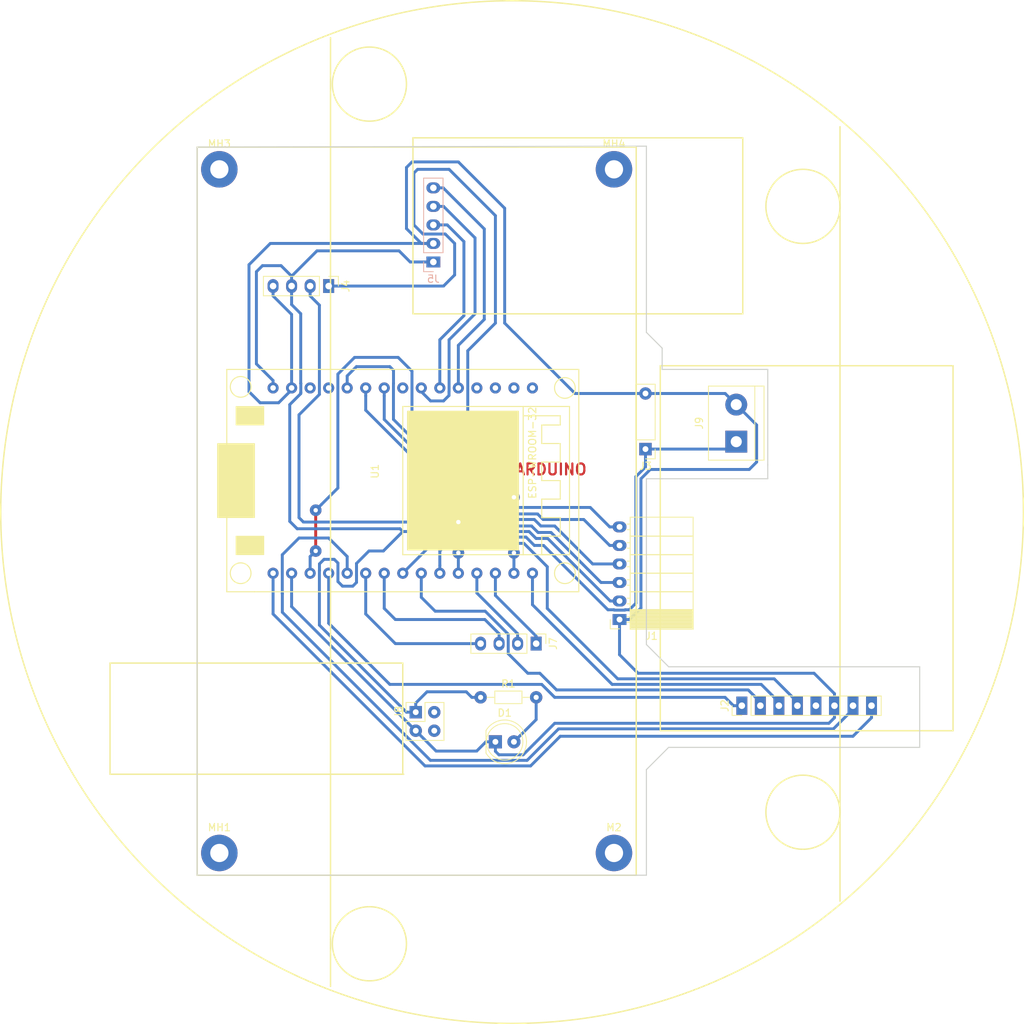
<source format=kicad_pcb>
(kicad_pcb (version 20171130) (host pcbnew 5.0.2-bee76a0~70~ubuntu18.04.1)

  (general
    (thickness 1.6)
    (drawings 44)
    (tracks 284)
    (zones 0)
    (modules 15)
    (nets 32)
  )

  (page A4)
  (layers
    (0 F.Cu signal)
    (31 B.Cu signal)
    (32 B.Adhes user)
    (33 F.Adhes user)
    (34 B.Paste user)
    (35 F.Paste user)
    (36 B.SilkS user)
    (37 F.SilkS user)
    (38 B.Mask user)
    (39 F.Mask user)
    (40 Dwgs.User user)
    (41 Cmts.User user)
    (42 Eco1.User user)
    (43 Eco2.User user)
    (44 Edge.Cuts user)
    (45 Margin user)
    (46 B.CrtYd user)
    (47 F.CrtYd user)
    (48 B.Fab user)
    (49 F.Fab user)
  )

  (setup
    (last_trace_width 0.4)
    (trace_clearance 0.3)
    (zone_clearance 0.508)
    (zone_45_only no)
    (trace_min 0.4)
    (segment_width 0.2)
    (edge_width 0.15)
    (via_size 1.6)
    (via_drill 0.6)
    (via_min_size 1.5)
    (via_min_drill 0.6)
    (uvia_size 0.3)
    (uvia_drill 0.1)
    (uvias_allowed no)
    (uvia_min_size 0.2)
    (uvia_min_drill 0.1)
    (pcb_text_width 0.3)
    (pcb_text_size 1.5 1.5)
    (mod_edge_width 0.15)
    (mod_text_size 1 1)
    (mod_text_width 0.15)
    (pad_size 1.9 1.5)
    (pad_drill 0.8)
    (pad_to_mask_clearance 0.2)
    (solder_mask_min_width 0.25)
    (aux_axis_origin 0 0)
    (grid_origin 131.318 110.998)
    (visible_elements FFFFFF7F)
    (pcbplotparams
      (layerselection 0x010fc_ffffffff)
      (usegerberextensions false)
      (usegerberattributes false)
      (usegerberadvancedattributes false)
      (creategerberjobfile false)
      (excludeedgelayer true)
      (linewidth 0.100000)
      (plotframeref false)
      (viasonmask false)
      (mode 1)
      (useauxorigin false)
      (hpglpennumber 1)
      (hpglpenspeed 20)
      (hpglpendiameter 15.000000)
      (psnegative false)
      (psa4output false)
      (plotreference true)
      (plotvalue true)
      (plotinvisibletext false)
      (padsonsilk false)
      (subtractmaskfromsilk false)
      (outputformat 1)
      (mirror false)
      (drillshape 1)
      (scaleselection 1)
      (outputdirectory ""))
  )

  (net 0 "")
  (net 1 GND)
  (net 2 RFID_RST)
  (net 3 BUZZER)
  (net 4 RST)
  (net 5 DAT)
  (net 6 +5V)
  (net 7 CLK)
  (net 8 +3V3)
  (net 9 SDA)
  (net 10 SCL)
  (net 11 "Net-(J2-Pad5)")
  (net 12 "Net-(D1-Pad2)")
  (net 13 H_MISO)
  (net 14 H_MOSI)
  (net 15 H_SCK)
  (net 16 H_CS)
  (net 17 V_MISO)
  (net 18 V_MOSI)
  (net 19 V_SCK)
  (net 20 RFID_CS)
  (net 21 EN)
  (net 22 GPIO1)
  (net 23 GPIO3)
  (net 24 GPIO17)
  (net 25 GPIO16)
  (net 26 "Net-(U1-Pad29)")
  (net 27 "Net-(U1-Pad28)")
  (net 28 "Net-(U1-Pad27)")
  (net 29 "Net-(U1-Pad23)")
  (net 30 "Net-(U1-Pad19)")
  (net 31 "Net-(U1-Pad18)")

  (net_class Default "This is the default net class."
    (clearance 0.3)
    (trace_width 0.4)
    (via_dia 1.6)
    (via_drill 0.6)
    (uvia_dia 0.3)
    (uvia_drill 0.1)
    (diff_pair_gap 0.25)
    (diff_pair_width 0.4)
    (add_net +3V3)
    (add_net +5V)
    (add_net BUZZER)
    (add_net CLK)
    (add_net DAT)
    (add_net EN)
    (add_net GND)
    (add_net GPIO1)
    (add_net GPIO16)
    (add_net GPIO17)
    (add_net GPIO3)
    (add_net H_CS)
    (add_net H_MISO)
    (add_net H_MOSI)
    (add_net H_SCK)
    (add_net "Net-(D1-Pad2)")
    (add_net "Net-(J2-Pad5)")
    (add_net "Net-(U1-Pad18)")
    (add_net "Net-(U1-Pad19)")
    (add_net "Net-(U1-Pad23)")
    (add_net "Net-(U1-Pad27)")
    (add_net "Net-(U1-Pad28)")
    (add_net "Net-(U1-Pad29)")
    (add_net RFID_CS)
    (add_net RFID_RST)
    (add_net RST)
    (add_net SCL)
    (add_net SDA)
    (add_net V_MISO)
    (add_net V_MOSI)
    (add_net V_SCK)
  )

  (module DoitESP32:DoitESP32 (layer F.Cu) (tedit 5CB51655) (tstamp 5CAD137A)
    (at 88.392 80.772 270)
    (path /5CAC2B99)
    (fp_text reference U1 (at 0 6.35 270) (layer F.SilkS)
      (effects (font (size 1 1) (thickness 0.15)))
    )
    (fp_text value DoitEsp32Devkit (at 0 4.445 270) (layer F.Fab)
      (effects (font (size 1 1) (thickness 0.15)))
    )
    (fp_circle (center 13.97 -19.685) (end 13.335 -20.955) (layer F.SilkS) (width 0.15))
    (fp_circle (center -11.43 -19.685) (end -12.065 -20.955) (layer F.SilkS) (width 0.15))
    (fp_circle (center 13.97 24.765) (end 13.335 23.495) (layer F.SilkS) (width 0.15))
    (fp_circle (center -11.579903 24.765) (end -12.214903 23.495) (layer F.SilkS) (width 0.15))
    (fp_text user ESP-WROOM-32 (at -2.54 -15.24 270) (layer F.SilkS)
      (effects (font (size 1 1) (thickness 0.15)))
    )
    (fp_line (start 11.43 -19.05) (end 11.43 -19.05) (layer F.SilkS) (width 0.15))
    (fp_line (start 11.43 -16.51) (end 11.43 -19.05) (layer F.SilkS) (width 0.15))
    (fp_line (start 8.89 -16.51) (end 11.43 -16.51) (layer F.SilkS) (width 0.15))
    (fp_line (start 8.89 -19.05) (end 8.89 -16.51) (layer F.SilkS) (width 0.15))
    (fp_line (start 6.35 -19.05) (end 8.89 -19.05) (layer F.SilkS) (width 0.15))
    (fp_line (start 6.35 -16.51) (end 6.35 -19.05) (layer F.SilkS) (width 0.15))
    (fp_line (start 3.81 -16.51) (end 6.35 -16.51) (layer F.SilkS) (width 0.15))
    (fp_line (start 3.81 -19.05) (end 3.81 -16.51) (layer F.SilkS) (width 0.15))
    (fp_line (start 1.27 -19.05) (end 3.81 -19.05) (layer F.SilkS) (width 0.15))
    (fp_line (start 1.27 -16.51) (end 1.27 -19.05) (layer F.SilkS) (width 0.15))
    (fp_line (start -1.27 -16.51) (end 1.27 -16.51) (layer F.SilkS) (width 0.15))
    (fp_line (start -1.27 -19.05) (end -1.27 -16.51) (layer F.SilkS) (width 0.15))
    (fp_line (start -3.81 -19.05) (end -1.27 -19.05) (layer F.SilkS) (width 0.15))
    (fp_line (start -3.81 -16.51) (end -3.81 -19.05) (layer F.SilkS) (width 0.15))
    (fp_line (start -6.35 -16.51) (end -3.81 -16.51) (layer F.SilkS) (width 0.15))
    (fp_line (start -6.35 -19.05) (end -6.35 -16.51) (layer F.SilkS) (width 0.15))
    (fp_line (start -7.62 -19.05) (end -6.35 -19.05) (layer F.SilkS) (width 0.15))
    (fp_line (start -7.62 -13.97) (end -7.62 -19.05) (layer F.SilkS) (width 0.15))
    (fp_poly (pts (xy -8.255 -13.335) (xy 10.795 -13.335) (xy 10.795 1.905) (xy -8.255 1.905)) (layer F.SilkS) (width 0.1))
    (fp_line (start 11.43 2.54) (end 11.43 -13.97) (layer F.SilkS) (width 0.15))
    (fp_line (start -8.89 2.54) (end 11.43 2.54) (layer F.SilkS) (width 0.15))
    (fp_line (start -8.89 -13.97) (end -8.89 2.54) (layer F.SilkS) (width 0.15))
    (fp_line (start -8.89 -13.97) (end -8.89 -20.32) (layer F.SilkS) (width 0.15))
    (fp_line (start 11.43 -13.97) (end -8.89 -13.97) (layer F.SilkS) (width 0.15))
    (fp_line (start 11.43 -20.32) (end 11.43 -13.97) (layer F.SilkS) (width 0.15))
    (fp_line (start -8.89 -20.32) (end 11.43 -20.32) (layer F.SilkS) (width 0.15))
    (fp_poly (pts (xy -3.81 22.86) (xy -3.81 27.94) (xy 6.35 27.94) (xy 6.35 22.86)) (layer F.SilkS) (width 0.1))
    (fp_poly (pts (xy 8.89 21.59) (xy 11.43 21.59) (xy 11.43 25.4) (xy 8.89 25.4)) (layer F.SilkS) (width 0.1))
    (fp_poly (pts (xy -8.89 21.59) (xy -6.35 21.59) (xy -6.35 25.4) (xy -8.89 25.4)) (layer F.SilkS) (width 0.1))
    (fp_line (start 16.51 26.67) (end 16.51 22.86) (layer F.SilkS) (width 0.15))
    (fp_line (start -13.97 26.67) (end 16.51 26.67) (layer F.SilkS) (width 0.15))
    (fp_line (start -13.97 -21.59) (end -13.97 26.67) (layer F.SilkS) (width 0.15))
    (fp_line (start 16.51 -21.59) (end -13.97 -21.59) (layer F.SilkS) (width 0.15))
    (fp_line (start 16.51 22.86) (end 16.51 -21.59) (layer F.SilkS) (width 0.15))
    (pad 30 thru_hole circle (at -11.43 -15.24 270) (size 1.524 1.524) (drill 0.762) (layers *.Cu *.Mask)
      (net 21 EN))
    (pad 29 thru_hole circle (at -11.43 -12.7 270) (size 1.524 1.524) (drill 0.762) (layers *.Cu *.Mask)
      (net 26 "Net-(U1-Pad29)"))
    (pad 28 thru_hole circle (at -11.43 -10.16 270) (size 1.524 1.524) (drill 0.762) (layers *.Cu *.Mask)
      (net 27 "Net-(U1-Pad28)"))
    (pad 27 thru_hole circle (at -11.43 -7.62 270) (size 1.524 1.524) (drill 0.762) (layers *.Cu *.Mask)
      (net 28 "Net-(U1-Pad27)"))
    (pad 26 thru_hole circle (at -11.43 -5.08 270) (size 1.524 1.524) (drill 0.762) (layers *.Cu *.Mask)
      (net 4 RST))
    (pad 25 thru_hole circle (at -11.43 -2.54 270) (size 1.524 1.524) (drill 0.762) (layers *.Cu *.Mask)
      (net 7 CLK))
    (pad 24 thru_hole circle (at -11.43 0 270) (size 1.524 1.524) (drill 0.762) (layers *.Cu *.Mask)
      (net 5 DAT))
    (pad 23 thru_hole circle (at -11.43 2.54 270) (size 1.524 1.524) (drill 0.762) (layers *.Cu *.Mask)
      (net 29 "Net-(U1-Pad23)"))
    (pad 22 thru_hole circle (at -11.43 5.08 270) (size 1.524 1.524) (drill 0.762) (layers *.Cu *.Mask)
      (net 14 H_MOSI))
    (pad 21 thru_hole circle (at -11.43 7.62 270) (size 1.524 1.524) (drill 0.762) (layers *.Cu *.Mask)
      (net 13 H_MISO))
    (pad 20 thru_hole circle (at -11.43 10.16 270) (size 1.524 1.524) (drill 0.762) (layers *.Cu *.Mask)
      (net 15 H_SCK))
    (pad 19 thru_hole circle (at -11.43 12.7 270) (size 1.524 1.524) (drill 0.762) (layers *.Cu *.Mask)
      (net 30 "Net-(U1-Pad19)"))
    (pad 18 thru_hole circle (at -11.43 15.24 270) (size 1.524 1.524) (drill 0.762) (layers *.Cu *.Mask)
      (net 31 "Net-(U1-Pad18)"))
    (pad 17 thru_hole circle (at -11.43 17.78 270) (size 1.524 1.524) (drill 0.762) (layers *.Cu *.Mask)
      (net 1 GND))
    (pad 16 thru_hole circle (at -11.43 20.32 270) (size 1.524 1.524) (drill 0.762) (layers *.Cu *.Mask)
      (net 6 +5V))
    (pad 15 thru_hole circle (at 13.97 -15.24 270) (size 1.524 1.524) (drill 0.762) (layers *.Cu *.Mask)
      (net 18 V_MOSI))
    (pad 14 thru_hole circle (at 13.97 -12.7 270) (size 1.524 1.524) (drill 0.762) (layers *.Cu *.Mask)
      (net 10 SCL))
    (pad 13 thru_hole circle (at 13.97 -10.16 270) (size 1.524 1.524) (drill 0.762) (layers *.Cu *.Mask)
      (net 22 GPIO1))
    (pad 12 thru_hole circle (at 13.97 -7.62 270) (size 1.524 1.524) (drill 0.762) (layers *.Cu *.Mask)
      (net 23 GPIO3))
    (pad 11 thru_hole circle (at 13.97 -5.08 270) (size 1.524 1.524) (drill 0.762) (layers *.Cu *.Mask)
      (net 9 SDA))
    (pad 10 thru_hole circle (at 13.97 -2.54 270) (size 1.524 1.524) (drill 0.762) (layers *.Cu *.Mask)
      (net 17 V_MISO))
    (pad 9 thru_hole circle (at 13.97 0 270) (size 1.524 1.524) (drill 0.762) (layers *.Cu *.Mask)
      (net 19 V_SCK))
    (pad 8 thru_hole circle (at 13.97 2.54 270) (size 1.524 1.524) (drill 0.762) (layers *.Cu *.Mask)
      (net 3 BUZZER))
    (pad 7 thru_hole circle (at 13.97 5.08 270) (size 1.524 1.524) (drill 0.762) (layers *.Cu *.Mask)
      (net 24 GPIO17))
    (pad 6 thru_hole circle (at 13.97 7.62 270) (size 1.524 1.524) (drill 0.762) (layers *.Cu *.Mask)
      (net 25 GPIO16))
    (pad 5 thru_hole circle (at 13.97 10.16 270) (size 1.524 1.524) (drill 0.762) (layers *.Cu *.Mask)
      (net 2 RFID_RST))
    (pad 4 thru_hole circle (at 13.97 12.7 270) (size 1.524 1.524) (drill 0.762) (layers *.Cu *.Mask)
      (net 20 RFID_CS))
    (pad 3 thru_hole circle (at 13.97 15.24 270) (size 1.524 1.524) (drill 0.762) (layers *.Cu *.Mask)
      (net 16 H_CS))
    (pad 2 thru_hole circle (at 13.97 17.78 270) (size 1.524 1.524) (drill 0.762) (layers *.Cu *.Mask)
      (net 1 GND))
    (pad 1 thru_hole circle (at 13.97 20.32 270) (size 1.524 1.524) (drill 0.762) (layers *.Cu *.Mask)
      (net 8 +3V3))
  )

  (module Socket_Strips:Socket_Strip_Straight_1x02_Pitch2.54mm (layer F.Cu) (tedit 5CAD45A3) (tstamp 5CAD1CB6)
    (at 119.126 77.724 180)
    (descr "Through hole straight socket strip, 1x02, 2.54mm pitch, single row")
    (tags "Through hole socket strip THT 1x02 2.54mm single row")
    (path /5C35CAB8)
    (fp_text reference J3 (at 0 -2.33 180) (layer F.SilkS)
      (effects (font (size 1 1) (thickness 0.15)))
    )
    (fp_text value BUZZER (at -2.54 4.87 270) (layer F.Fab)
      (effects (font (size 1 1) (thickness 0.15)))
    )
    (fp_line (start -1.27 -1.27) (end -1.27 8.763) (layer F.Fab) (width 0.1))
    (fp_line (start -1.27 8.763) (end 1.27 8.763) (layer F.Fab) (width 0.1))
    (fp_line (start 1.27 8.763) (end 1.27 -1.27) (layer F.Fab) (width 0.1))
    (fp_line (start 1.27 -1.27) (end -1.27 -1.27) (layer F.Fab) (width 0.1))
    (fp_line (start -1.33 1.27) (end -1.3335 8.89) (layer F.SilkS) (width 0.12))
    (fp_line (start -1.3335 8.89) (end 1.27 8.89) (layer F.SilkS) (width 0.12))
    (fp_line (start 1.33 8.89) (end 1.33 1.27) (layer F.SilkS) (width 0.12))
    (fp_line (start 1.33 1.27) (end -1.33 1.27) (layer F.SilkS) (width 0.12))
    (fp_line (start -1.33 0) (end -1.33 -1.33) (layer F.SilkS) (width 0.12))
    (fp_line (start -1.33 -1.33) (end 0 -1.33) (layer F.SilkS) (width 0.12))
    (fp_line (start -1.8 -1.8) (end -1.8 8.89) (layer F.CrtYd) (width 0.05))
    (fp_line (start -1.8 8.89) (end 1.8 8.89) (layer F.CrtYd) (width 0.05))
    (fp_line (start 1.8 8.89) (end 1.8 -1.8) (layer F.CrtYd) (width 0.05))
    (fp_line (start 1.8 -1.8) (end -1.8 -1.8) (layer F.CrtYd) (width 0.05))
    (fp_text user %R (at 0 -2.33 180) (layer F.Fab)
      (effects (font (size 1 1) (thickness 0.15)))
    )
    (pad 1 thru_hole rect (at 0 0 180) (size 1.7 1.7) (drill 0.8) (layers *.Cu *.Mask)
      (net 3 BUZZER))
    (pad 2 thru_hole oval (at 0 7.62 180) (size 1.7 1.7) (drill 0.8) (layers *.Cu *.Mask)
      (net 1 GND))
    (model ${KISYS3DMOD}/Socket_Strips.3dshapes/Socket_Strip_Straight_1x02_Pitch2.54mm.wrl
      (offset (xyz 0 -1.269999980926514 0))
      (scale (xyz 1 1 1))
      (rotate (xyz 0 0 270))
    )
  )

  (module Socket_Strips:Socket_Strip_Straight_2x02_Pitch2.54mm (layer F.Cu) (tedit 5CAD453F) (tstamp 5CAD27FE)
    (at 87.63 113.792 90)
    (descr "Through hole straight socket strip, 2x02, 2.54mm pitch, double rows")
    (tags "Through hole socket strip THT 2x02 2.54mm double row")
    (path /5CB20731)
    (fp_text reference J8 (at 0 -2.33 90) (layer F.SilkS)
      (effects (font (size 1 1) (thickness 0.15)))
    )
    (fp_text value VIN (at 3.302 1.27 180) (layer F.Fab)
      (effects (font (size 1 1) (thickness 0.15)))
    )
    (fp_line (start -3.81 -1.27) (end -3.81 3.81) (layer F.Fab) (width 0.1))
    (fp_line (start -3.81 3.81) (end 1.27 3.81) (layer F.Fab) (width 0.1))
    (fp_line (start 1.27 3.81) (end 1.27 -1.27) (layer F.Fab) (width 0.1))
    (fp_line (start 1.27 -1.27) (end -3.81 -1.27) (layer F.Fab) (width 0.1))
    (fp_line (start 1.33 1.27) (end 1.33 3.87) (layer F.SilkS) (width 0.12))
    (fp_line (start 1.33 3.87) (end -3.87 3.87) (layer F.SilkS) (width 0.12))
    (fp_line (start -3.87 3.87) (end -3.87 -1.33) (layer F.SilkS) (width 0.12))
    (fp_line (start -3.87 -1.33) (end -1.27 -1.33) (layer F.SilkS) (width 0.12))
    (fp_line (start -1.27 -1.33) (end -1.27 1.27) (layer F.SilkS) (width 0.12))
    (fp_line (start -1.27 1.27) (end 1.33 1.27) (layer F.SilkS) (width 0.12))
    (fp_line (start 1.33 0) (end 1.33 -1.33) (layer F.SilkS) (width 0.12))
    (fp_line (start 1.33 -1.33) (end 0.06 -1.33) (layer F.SilkS) (width 0.12))
    (fp_line (start -4.35 -1.8) (end -4.35 4.35) (layer F.CrtYd) (width 0.05))
    (fp_line (start -4.35 4.35) (end 1.8 4.35) (layer F.CrtYd) (width 0.05))
    (fp_line (start 1.8 4.35) (end 1.8 -1.8) (layer F.CrtYd) (width 0.05))
    (fp_line (start 1.8 -1.8) (end -4.35 -1.8) (layer F.CrtYd) (width 0.05))
    (fp_text user %R (at 0 -2.33 90) (layer F.Fab)
      (effects (font (size 1 1) (thickness 0.15)))
    )
    (pad 1 thru_hole rect (at 0 0 90) (size 1.7 1.7) (drill 0.8) (layers *.Cu *.Mask)
      (net 6 +5V))
    (pad 2 thru_hole oval (at -2.54 0 90) (size 1.7 1.7) (drill 0.8) (layers *.Cu *.Mask)
      (net 1 GND))
    (pad 3 thru_hole oval (at 0 2.54 90) (size 1.7 1.7) (drill 0.8) (layers *.Cu *.Mask))
    (pad 4 thru_hole oval (at -2.54 2.54 90) (size 1.7 1.7) (drill 0.8) (layers *.Cu *.Mask))
    (model ${KISYS3DMOD}/Socket_Strips.3dshapes/Socket_Strip_Straight_2x02_Pitch2.54mm.wrl
      (offset (xyz -1.269999980926514 -1.269999980926514 0))
      (scale (xyz 1 1 1))
      (rotate (xyz 0 0 270))
    )
  )

  (module Resistors_THT:R_Axial_DIN0204_L3.6mm_D1.6mm_P7.62mm_Horizontal (layer F.Cu) (tedit 5CAD45D1) (tstamp 5CAD1331)
    (at 96.52 111.76)
    (descr "Resistor, Axial_DIN0204 series, Axial, Horizontal, pin pitch=7.62mm, 0.16666666666666666W = 1/6W, length*diameter=3.6*1.6mm^2, http://cdn-reichelt.de/documents/datenblatt/B400/1_4W%23YAG.pdf")
    (tags "Resistor Axial_DIN0204 series Axial Horizontal pin pitch 7.62mm 0.16666666666666666W = 1/6W length 3.6mm diameter 1.6mm")
    (path /5CB3442D)
    (fp_text reference R1 (at 3.81 -1.86) (layer F.SilkS)
      (effects (font (size 1 1) (thickness 0.15)))
    )
    (fp_text value 1k (at 3.81 0) (layer F.Fab)
      (effects (font (size 1 1) (thickness 0.15)))
    )
    (fp_line (start 2.01 -0.8) (end 2.01 0.8) (layer F.Fab) (width 0.1))
    (fp_line (start 2.01 0.8) (end 5.61 0.8) (layer F.Fab) (width 0.1))
    (fp_line (start 5.61 0.8) (end 5.61 -0.8) (layer F.Fab) (width 0.1))
    (fp_line (start 5.61 -0.8) (end 2.01 -0.8) (layer F.Fab) (width 0.1))
    (fp_line (start 0 0) (end 2.01 0) (layer F.Fab) (width 0.1))
    (fp_line (start 7.62 0) (end 5.61 0) (layer F.Fab) (width 0.1))
    (fp_line (start 1.95 -0.86) (end 1.95 0.86) (layer F.SilkS) (width 0.12))
    (fp_line (start 1.95 0.86) (end 5.67 0.86) (layer F.SilkS) (width 0.12))
    (fp_line (start 5.67 0.86) (end 5.67 -0.86) (layer F.SilkS) (width 0.12))
    (fp_line (start 5.67 -0.86) (end 1.95 -0.86) (layer F.SilkS) (width 0.12))
    (fp_line (start 0.88 0) (end 1.95 0) (layer F.SilkS) (width 0.12))
    (fp_line (start 6.74 0) (end 5.67 0) (layer F.SilkS) (width 0.12))
    (fp_line (start -0.95 -1.15) (end -0.95 1.15) (layer F.CrtYd) (width 0.05))
    (fp_line (start -0.95 1.15) (end 8.6 1.15) (layer F.CrtYd) (width 0.05))
    (fp_line (start 8.6 1.15) (end 8.6 -1.15) (layer F.CrtYd) (width 0.05))
    (fp_line (start 8.6 -1.15) (end -0.95 -1.15) (layer F.CrtYd) (width 0.05))
    (pad 1 thru_hole circle (at 0 0) (size 1.7 1.7) (drill 0.7) (layers *.Cu *.Mask)
      (net 6 +5V))
    (pad 2 thru_hole oval (at 7.62 0) (size 1.7 1.7) (drill 0.7) (layers *.Cu *.Mask)
      (net 12 "Net-(D1-Pad2)"))
    (model ${KISYS3DMOD}/Resistors_THT.3dshapes/R_Axial_DIN0204_L3.6mm_D1.6mm_P7.62mm_Horizontal.wrl
      (at (xyz 0 0 0))
      (scale (xyz 0.393701 0.393701 0.393701))
      (rotate (xyz 0 0 0))
    )
  )

  (module Connectors_Terminal_Blocks:TerminalBlock_bornier-2_P5.08mm (layer F.Cu) (tedit 59FF03AB) (tstamp 5CAD132E)
    (at 131.572 76.708 90)
    (descr "simple 2-pin terminal block, pitch 5.08mm, revamped version of bornier2")
    (tags "terminal block bornier2")
    (path /5CB1A725)
    (fp_text reference J9 (at 2.54 -5.08 90) (layer F.SilkS)
      (effects (font (size 1 1) (thickness 0.15)))
    )
    (fp_text value Led (at 2.54 5.08 90) (layer F.Fab)
      (effects (font (size 1 1) (thickness 0.15)))
    )
    (fp_text user %R (at 2.54 0 90) (layer F.Fab)
      (effects (font (size 1 1) (thickness 0.15)))
    )
    (fp_line (start -2.41 2.55) (end 7.49 2.55) (layer F.Fab) (width 0.1))
    (fp_line (start -2.46 -3.75) (end -2.46 3.75) (layer F.Fab) (width 0.1))
    (fp_line (start -2.46 3.75) (end 7.54 3.75) (layer F.Fab) (width 0.1))
    (fp_line (start 7.54 3.75) (end 7.54 -3.75) (layer F.Fab) (width 0.1))
    (fp_line (start 7.54 -3.75) (end -2.46 -3.75) (layer F.Fab) (width 0.1))
    (fp_line (start 7.62 2.54) (end -2.54 2.54) (layer F.SilkS) (width 0.12))
    (fp_line (start 7.62 3.81) (end 7.62 -3.81) (layer F.SilkS) (width 0.12))
    (fp_line (start 7.62 -3.81) (end -2.54 -3.81) (layer F.SilkS) (width 0.12))
    (fp_line (start -2.54 -3.81) (end -2.54 3.81) (layer F.SilkS) (width 0.12))
    (fp_line (start -2.54 3.81) (end 7.62 3.81) (layer F.SilkS) (width 0.12))
    (fp_line (start -2.71 -4) (end 7.79 -4) (layer F.CrtYd) (width 0.05))
    (fp_line (start -2.71 -4) (end -2.71 4) (layer F.CrtYd) (width 0.05))
    (fp_line (start 7.79 4) (end 7.79 -4) (layer F.CrtYd) (width 0.05))
    (fp_line (start 7.79 4) (end -2.71 4) (layer F.CrtYd) (width 0.05))
    (pad 1 thru_hole rect (at 0 0 90) (size 3 3) (drill 1.52) (layers *.Cu *.Mask)
      (net 3 BUZZER))
    (pad 2 thru_hole circle (at 5.08 0 90) (size 3 3) (drill 1.52) (layers *.Cu *.Mask)
      (net 1 GND))
    (model ${KISYS3DMOD}/Terminal_Blocks.3dshapes/TerminalBlock_bornier-2_P5.08mm.wrl
      (offset (xyz 2.539999961853027 0 0))
      (scale (xyz 1 1 1))
      (rotate (xyz 0 0 0))
    )
  )

  (module Socket_Strips:Socket_Strip_Straight_1x04_Pitch2.54mm (layer F.Cu) (tedit 5CAD515D) (tstamp 5CAD1328)
    (at 104.14 104.394 270)
    (descr "Through hole straight socket strip, 1x04, 2.54mm pitch, single row")
    (tags "Through hole socket strip THT 1x04 2.54mm single row")
    (path /5CAE9101)
    (fp_text reference J7 (at 0 -2.33 270) (layer F.SilkS)
      (effects (font (size 1 1) (thickness 0.15)))
    )
    (fp_text value PuertosExtra2 (at -2.54 4.064) (layer F.Fab)
      (effects (font (size 1 1) (thickness 0.15)))
    )
    (fp_line (start -1.27 -1.27) (end -1.27 8.89) (layer F.Fab) (width 0.1))
    (fp_line (start -1.27 8.89) (end 1.27 8.89) (layer F.Fab) (width 0.1))
    (fp_line (start 1.27 8.89) (end 1.27 -1.27) (layer F.Fab) (width 0.1))
    (fp_line (start 1.27 -1.27) (end -1.27 -1.27) (layer F.Fab) (width 0.1))
    (fp_line (start -1.33 1.27) (end -1.33 8.95) (layer F.SilkS) (width 0.12))
    (fp_line (start -1.33 8.95) (end 1.33 8.95) (layer F.SilkS) (width 0.12))
    (fp_line (start 1.33 8.95) (end 1.33 1.27) (layer F.SilkS) (width 0.12))
    (fp_line (start 1.33 1.27) (end -1.33 1.27) (layer F.SilkS) (width 0.12))
    (fp_line (start -1.33 0) (end -1.33 -1.33) (layer F.SilkS) (width 0.12))
    (fp_line (start -1.33 -1.33) (end 0 -1.33) (layer F.SilkS) (width 0.12))
    (fp_line (start -1.8 -1.8) (end -1.8 9.4) (layer F.CrtYd) (width 0.05))
    (fp_line (start -1.8 9.4) (end 1.8 9.4) (layer F.CrtYd) (width 0.05))
    (fp_line (start 1.8 9.4) (end 1.8 -1.8) (layer F.CrtYd) (width 0.05))
    (fp_line (start 1.8 -1.8) (end -1.8 -1.8) (layer F.CrtYd) (width 0.05))
    (fp_text user %R (at 0 -2.33 270) (layer F.Fab)
      (effects (font (size 1 1) (thickness 0.15)))
    )
    (pad 1 thru_hole rect (at 0 0 270) (size 1.9 1.5) (drill 0.9) (layers *.Cu *.Mask)
      (net 22 GPIO1))
    (pad 2 thru_hole oval (at 0 2.54 270) (size 1.9 1.5) (drill 0.9) (layers *.Cu *.Mask)
      (net 23 GPIO3))
    (pad 3 thru_hole oval (at 0 5.08 270) (size 1.9 1.5) (drill 0.9) (layers *.Cu *.Mask)
      (net 24 GPIO17))
    (pad 4 thru_hole oval (at 0 7.62 270) (size 1.9 1.5) (drill 0.9) (layers *.Cu *.Mask)
      (net 25 GPIO16))
    (model ${KISYS3DMOD}/Socket_Strips.3dshapes/Socket_Strip_Straight_1x04_Pitch2.54mm.wrl
      (offset (xyz 0 -3.809999942779541 0))
      (scale (xyz 1 1 1))
      (rotate (xyz 0 0 270))
    )
  )

  (module Socket_Strips:Socket_Strip_Angled_1x06_Pitch2.54mm (layer F.Cu) (tedit 5CAD5EA9) (tstamp 5CAD1266)
    (at 115.57 101.092 180)
    (descr "Through hole angled socket strip, 1x06, 2.54mm pitch, 8.51mm socket length, single row")
    (tags "Through hole angled socket strip THT 1x06 2.54mm single row")
    (path /5CAE8715)
    (fp_text reference J1 (at -4.38 -2.27 180) (layer F.SilkS)
      (effects (font (size 1 1) (thickness 0.15)))
    )
    (fp_text value microSD (at -4.38 14.97 180) (layer F.Fab)
      (effects (font (size 1 1) (thickness 0.15)))
    )
    (fp_line (start -1.52 -1.27) (end -1.52 1.27) (layer F.Fab) (width 0.1))
    (fp_line (start -1.52 1.27) (end -10.03 1.27) (layer F.Fab) (width 0.1))
    (fp_line (start -10.03 1.27) (end -10.03 -1.27) (layer F.Fab) (width 0.1))
    (fp_line (start -10.03 -1.27) (end -1.52 -1.27) (layer F.Fab) (width 0.1))
    (fp_line (start 0 -0.32) (end 0 0.32) (layer F.Fab) (width 0.1))
    (fp_line (start 0 0.32) (end -1.52 0.32) (layer F.Fab) (width 0.1))
    (fp_line (start -1.52 0.32) (end -1.52 -0.32) (layer F.Fab) (width 0.1))
    (fp_line (start -1.52 -0.32) (end 0 -0.32) (layer F.Fab) (width 0.1))
    (fp_line (start -1.52 1.27) (end -1.52 3.81) (layer F.Fab) (width 0.1))
    (fp_line (start -1.52 3.81) (end -10.03 3.81) (layer F.Fab) (width 0.1))
    (fp_line (start -10.03 3.81) (end -10.03 1.27) (layer F.Fab) (width 0.1))
    (fp_line (start -10.03 1.27) (end -1.52 1.27) (layer F.Fab) (width 0.1))
    (fp_line (start 0 2.22) (end 0 2.86) (layer F.Fab) (width 0.1))
    (fp_line (start 0 2.86) (end -1.52 2.86) (layer F.Fab) (width 0.1))
    (fp_line (start -1.52 2.86) (end -1.52 2.22) (layer F.Fab) (width 0.1))
    (fp_line (start -1.52 2.22) (end 0 2.22) (layer F.Fab) (width 0.1))
    (fp_line (start -1.52 3.81) (end -1.52 6.35) (layer F.Fab) (width 0.1))
    (fp_line (start -1.52 6.35) (end -10.03 6.35) (layer F.Fab) (width 0.1))
    (fp_line (start -10.03 6.35) (end -10.03 3.81) (layer F.Fab) (width 0.1))
    (fp_line (start -10.03 3.81) (end -1.52 3.81) (layer F.Fab) (width 0.1))
    (fp_line (start 0 4.76) (end 0 5.4) (layer F.Fab) (width 0.1))
    (fp_line (start 0 5.4) (end -1.52 5.4) (layer F.Fab) (width 0.1))
    (fp_line (start -1.52 5.4) (end -1.52 4.76) (layer F.Fab) (width 0.1))
    (fp_line (start -1.52 4.76) (end 0 4.76) (layer F.Fab) (width 0.1))
    (fp_line (start -1.52 6.35) (end -1.52 8.89) (layer F.Fab) (width 0.1))
    (fp_line (start -1.52 8.89) (end -10.03 8.89) (layer F.Fab) (width 0.1))
    (fp_line (start -10.03 8.89) (end -10.03 6.35) (layer F.Fab) (width 0.1))
    (fp_line (start -10.03 6.35) (end -1.52 6.35) (layer F.Fab) (width 0.1))
    (fp_line (start 0 7.3) (end 0 7.94) (layer F.Fab) (width 0.1))
    (fp_line (start 0 7.94) (end -1.52 7.94) (layer F.Fab) (width 0.1))
    (fp_line (start -1.52 7.94) (end -1.52 7.3) (layer F.Fab) (width 0.1))
    (fp_line (start -1.52 7.3) (end 0 7.3) (layer F.Fab) (width 0.1))
    (fp_line (start -1.52 8.89) (end -1.52 11.43) (layer F.Fab) (width 0.1))
    (fp_line (start -1.52 11.43) (end -10.03 11.43) (layer F.Fab) (width 0.1))
    (fp_line (start -10.03 11.43) (end -10.03 8.89) (layer F.Fab) (width 0.1))
    (fp_line (start -10.03 8.89) (end -1.52 8.89) (layer F.Fab) (width 0.1))
    (fp_line (start 0 9.84) (end 0 10.48) (layer F.Fab) (width 0.1))
    (fp_line (start 0 10.48) (end -1.52 10.48) (layer F.Fab) (width 0.1))
    (fp_line (start -1.52 10.48) (end -1.52 9.84) (layer F.Fab) (width 0.1))
    (fp_line (start -1.52 9.84) (end 0 9.84) (layer F.Fab) (width 0.1))
    (fp_line (start -1.52 11.43) (end -1.52 13.97) (layer F.Fab) (width 0.1))
    (fp_line (start -1.52 13.97) (end -10.03 13.97) (layer F.Fab) (width 0.1))
    (fp_line (start -10.03 13.97) (end -10.03 11.43) (layer F.Fab) (width 0.1))
    (fp_line (start -10.03 11.43) (end -1.52 11.43) (layer F.Fab) (width 0.1))
    (fp_line (start 0 12.38) (end 0 13.02) (layer F.Fab) (width 0.1))
    (fp_line (start 0 13.02) (end -1.52 13.02) (layer F.Fab) (width 0.1))
    (fp_line (start -1.52 13.02) (end -1.52 12.38) (layer F.Fab) (width 0.1))
    (fp_line (start -1.52 12.38) (end 0 12.38) (layer F.Fab) (width 0.1))
    (fp_line (start -1.46 -1.33) (end -1.46 1.27) (layer F.SilkS) (width 0.12))
    (fp_line (start -1.46 1.27) (end -10.09 1.27) (layer F.SilkS) (width 0.12))
    (fp_line (start -10.09 1.27) (end -10.09 -1.33) (layer F.SilkS) (width 0.12))
    (fp_line (start -10.09 -1.33) (end -1.46 -1.33) (layer F.SilkS) (width 0.12))
    (fp_line (start -1.03 -0.38) (end -1.46 -0.38) (layer F.SilkS) (width 0.12))
    (fp_line (start -1.03 0.38) (end -1.46 0.38) (layer F.SilkS) (width 0.12))
    (fp_line (start -1.46 -1.15) (end -10.09 -1.15) (layer F.SilkS) (width 0.12))
    (fp_line (start -1.46 -1.03) (end -10.09 -1.03) (layer F.SilkS) (width 0.12))
    (fp_line (start -1.46 -0.91) (end -10.09 -0.91) (layer F.SilkS) (width 0.12))
    (fp_line (start -1.46 -0.79) (end -10.09 -0.79) (layer F.SilkS) (width 0.12))
    (fp_line (start -1.46 -0.67) (end -10.09 -0.67) (layer F.SilkS) (width 0.12))
    (fp_line (start -1.46 -0.55) (end -10.09 -0.55) (layer F.SilkS) (width 0.12))
    (fp_line (start -1.46 -0.43) (end -10.09 -0.43) (layer F.SilkS) (width 0.12))
    (fp_line (start -1.46 -0.31) (end -10.09 -0.31) (layer F.SilkS) (width 0.12))
    (fp_line (start -1.46 -0.19) (end -10.09 -0.19) (layer F.SilkS) (width 0.12))
    (fp_line (start -1.46 -0.07) (end -10.09 -0.07) (layer F.SilkS) (width 0.12))
    (fp_line (start -1.46 0.05) (end -10.09 0.05) (layer F.SilkS) (width 0.12))
    (fp_line (start -1.46 0.17) (end -10.09 0.17) (layer F.SilkS) (width 0.12))
    (fp_line (start -1.46 0.29) (end -10.09 0.29) (layer F.SilkS) (width 0.12))
    (fp_line (start -1.46 0.41) (end -10.09 0.41) (layer F.SilkS) (width 0.12))
    (fp_line (start -1.46 0.53) (end -10.09 0.53) (layer F.SilkS) (width 0.12))
    (fp_line (start -1.46 0.65) (end -10.09 0.65) (layer F.SilkS) (width 0.12))
    (fp_line (start -1.46 0.77) (end -10.09 0.77) (layer F.SilkS) (width 0.12))
    (fp_line (start -1.46 0.89) (end -10.09 0.89) (layer F.SilkS) (width 0.12))
    (fp_line (start -1.46 1.01) (end -10.09 1.01) (layer F.SilkS) (width 0.12))
    (fp_line (start -1.46 1.13) (end -10.09 1.13) (layer F.SilkS) (width 0.12))
    (fp_line (start -1.46 1.25) (end -10.09 1.25) (layer F.SilkS) (width 0.12))
    (fp_line (start -1.46 1.37) (end -10.09 1.37) (layer F.SilkS) (width 0.12))
    (fp_line (start -1.46 1.27) (end -1.46 3.81) (layer F.SilkS) (width 0.12))
    (fp_line (start -1.46 3.81) (end -10.09 3.81) (layer F.SilkS) (width 0.12))
    (fp_line (start -10.09 3.81) (end -10.09 1.27) (layer F.SilkS) (width 0.12))
    (fp_line (start -10.09 1.27) (end -1.46 1.27) (layer F.SilkS) (width 0.12))
    (fp_line (start -1.03 2.16) (end -1.46 2.16) (layer F.SilkS) (width 0.12))
    (fp_line (start -1.03 2.92) (end -1.46 2.92) (layer F.SilkS) (width 0.12))
    (fp_line (start -1.46 3.81) (end -1.46 6.35) (layer F.SilkS) (width 0.12))
    (fp_line (start -1.46 6.35) (end -10.09 6.35) (layer F.SilkS) (width 0.12))
    (fp_line (start -10.09 6.35) (end -10.09 3.81) (layer F.SilkS) (width 0.12))
    (fp_line (start -10.09 3.81) (end -1.46 3.81) (layer F.SilkS) (width 0.12))
    (fp_line (start -1.03 4.7) (end -1.46 4.7) (layer F.SilkS) (width 0.12))
    (fp_line (start -1.03 5.46) (end -1.46 5.46) (layer F.SilkS) (width 0.12))
    (fp_line (start -1.46 6.35) (end -1.46 8.89) (layer F.SilkS) (width 0.12))
    (fp_line (start -1.46 8.89) (end -10.09 8.89) (layer F.SilkS) (width 0.12))
    (fp_line (start -10.09 8.89) (end -10.09 6.35) (layer F.SilkS) (width 0.12))
    (fp_line (start -10.09 6.35) (end -1.46 6.35) (layer F.SilkS) (width 0.12))
    (fp_line (start -1.03 7.24) (end -1.46 7.24) (layer F.SilkS) (width 0.12))
    (fp_line (start -1.03 8) (end -1.46 8) (layer F.SilkS) (width 0.12))
    (fp_line (start -1.46 8.89) (end -1.46 11.43) (layer F.SilkS) (width 0.12))
    (fp_line (start -1.46 11.43) (end -10.09 11.43) (layer F.SilkS) (width 0.12))
    (fp_line (start -10.09 11.43) (end -10.09 8.89) (layer F.SilkS) (width 0.12))
    (fp_line (start -10.09 8.89) (end -1.46 8.89) (layer F.SilkS) (width 0.12))
    (fp_line (start -1.03 9.78) (end -1.46 9.78) (layer F.SilkS) (width 0.12))
    (fp_line (start -1.03 10.54) (end -1.46 10.54) (layer F.SilkS) (width 0.12))
    (fp_line (start -1.46 11.43) (end -1.46 14.03) (layer F.SilkS) (width 0.12))
    (fp_line (start -1.46 14.03) (end -10.09 14.03) (layer F.SilkS) (width 0.12))
    (fp_line (start -10.09 14.03) (end -10.09 11.43) (layer F.SilkS) (width 0.12))
    (fp_line (start -10.09 11.43) (end -1.46 11.43) (layer F.SilkS) (width 0.12))
    (fp_line (start -1.03 12.32) (end -1.46 12.32) (layer F.SilkS) (width 0.12))
    (fp_line (start -1.03 13.08) (end -1.46 13.08) (layer F.SilkS) (width 0.12))
    (fp_line (start 0 -1.27) (end 1.27 -1.27) (layer F.SilkS) (width 0.12))
    (fp_line (start 1.27 -1.27) (end 1.27 0) (layer F.SilkS) (width 0.12))
    (fp_line (start 1.8 -1.8) (end 1.8 14.5) (layer F.CrtYd) (width 0.05))
    (fp_line (start 1.8 14.5) (end -10.55 14.5) (layer F.CrtYd) (width 0.05))
    (fp_line (start -10.55 14.5) (end -10.55 -1.8) (layer F.CrtYd) (width 0.05))
    (fp_line (start -10.55 -1.8) (end 1.8 -1.8) (layer F.CrtYd) (width 0.05))
    (fp_text user %R (at -4.38 -2.27 180) (layer F.Fab)
      (effects (font (size 1 1) (thickness 0.15)))
    )
    (pad 1 thru_hole rect (at 0 0 180) (size 1.9 1.5) (drill 0.8) (layers *.Cu *.Mask)
      (net 1 GND))
    (pad 2 thru_hole oval (at 0 2.54 180) (size 1.9 1.5) (drill 0.8) (layers *.Cu *.Mask)
      (net 6 +5V))
    (pad 3 thru_hole oval (at 0 5.08 180) (size 1.9 1.5) (drill 0.8) (layers *.Cu *.Mask)
      (net 13 H_MISO))
    (pad 4 thru_hole oval (at 0 7.62 180) (size 1.9 1.5) (drill 0.8) (layers *.Cu *.Mask)
      (net 14 H_MOSI))
    (pad 5 thru_hole oval (at 0 10.16 180) (size 1.9 1.5) (drill 0.8) (layers *.Cu *.Mask)
      (net 15 H_SCK))
    (pad 6 thru_hole oval (at 0 12.7 180) (size 1.9 1.5) (drill 0.8) (layers *.Cu *.Mask)
      (net 16 H_CS))
    (model ${KISYS3DMOD}/Socket_Strips.3dshapes/Socket_Strip_Angled_1x06_Pitch2.54mm.wrl
      (offset (xyz 0 -6.349999904632568 0))
      (scale (xyz 1 1 1))
      (rotate (xyz 0 0 270))
    )
  )

  (module LEDs:LED_D5.0mm (layer F.Cu) (tedit 5CAD45E4) (tstamp 5CAD1263)
    (at 98.552 117.856)
    (descr "LED, diameter 5.0mm, 2 pins, http://cdn-reichelt.de/documents/datenblatt/A500/LL-504BC2E-009.pdf")
    (tags "LED diameter 5.0mm 2 pins")
    (path /5CB332E6)
    (fp_text reference D1 (at 1.27 -3.96) (layer F.SilkS)
      (effects (font (size 1 1) (thickness 0.15)))
    )
    (fp_text value LED_POWER (at 5.842 0 90) (layer F.Fab)
      (effects (font (size 1 1) (thickness 0.15)))
    )
    (fp_arc (start 1.27 0) (end -1.23 -1.469694) (angle 299.1) (layer F.Fab) (width 0.1))
    (fp_arc (start 1.27 0) (end -1.29 -1.54483) (angle 148.9) (layer F.SilkS) (width 0.12))
    (fp_arc (start 1.27 0) (end -1.29 1.54483) (angle -148.9) (layer F.SilkS) (width 0.12))
    (fp_circle (center 1.27 0) (end 3.77 0) (layer F.Fab) (width 0.1))
    (fp_circle (center 1.27 0) (end 3.77 0) (layer F.SilkS) (width 0.12))
    (fp_line (start -1.23 -1.469694) (end -1.23 1.469694) (layer F.Fab) (width 0.1))
    (fp_line (start -1.29 -1.545) (end -1.29 1.545) (layer F.SilkS) (width 0.12))
    (fp_line (start -1.95 -3.25) (end -1.95 3.25) (layer F.CrtYd) (width 0.05))
    (fp_line (start -1.95 3.25) (end 4.5 3.25) (layer F.CrtYd) (width 0.05))
    (fp_line (start 4.5 3.25) (end 4.5 -3.25) (layer F.CrtYd) (width 0.05))
    (fp_line (start 4.5 -3.25) (end -1.95 -3.25) (layer F.CrtYd) (width 0.05))
    (fp_text user %R (at 1.25 0) (layer F.Fab)
      (effects (font (size 0.8 0.8) (thickness 0.2)))
    )
    (pad 1 thru_hole rect (at 0 0) (size 1.8 1.8) (drill 0.8) (layers *.Cu *.Mask)
      (net 1 GND))
    (pad 2 thru_hole circle (at 2.54 0) (size 1.8 1.8) (drill 0.8) (layers *.Cu *.Mask)
      (net 12 "Net-(D1-Pad2)"))
    (model ${KISYS3DMOD}/LEDs.3dshapes/LED_D5.0mm.wrl
      (at (xyz 0 0 0))
      (scale (xyz 0.393701 0.393701 0.393701))
      (rotate (xyz 0 0 0))
    )
  )

  (module Pin_Headers:Pin_Header_Straight_1x08_Pitch2.54mm (layer F.Cu) (tedit 5C37CBA9) (tstamp 5C367758)
    (at 132.334 112.903 90)
    (descr "Through hole straight pin header, 1x08, 2.54mm pitch, single row")
    (tags "Through hole pin header THT 1x08 2.54mm single row")
    (path /5C3568C1)
    (clearance 0.2)
    (fp_text reference J2 (at 0 -2.33 90) (layer F.SilkS)
      (effects (font (size 1 1) (thickness 0.15)))
    )
    (fp_text value RFID (at 0 20.11 90) (layer F.Fab)
      (effects (font (size 1 1) (thickness 0.15)))
    )
    (fp_text user %R (at 0 8.89 180) (layer F.Fab)
      (effects (font (size 1 1) (thickness 0.15)))
    )
    (fp_line (start 1.8 -1.8) (end -1.8 -1.8) (layer F.CrtYd) (width 0.05))
    (fp_line (start 1.8 19.55) (end 1.8 -1.8) (layer F.CrtYd) (width 0.05))
    (fp_line (start -1.8 19.55) (end 1.8 19.55) (layer F.CrtYd) (width 0.05))
    (fp_line (start -1.8 -1.8) (end -1.8 19.55) (layer F.CrtYd) (width 0.05))
    (fp_line (start -1.33 -1.33) (end 0 -1.33) (layer F.SilkS) (width 0.12))
    (fp_line (start -1.33 0) (end -1.33 -1.33) (layer F.SilkS) (width 0.12))
    (fp_line (start -1.33 1.27) (end 1.33 1.27) (layer F.SilkS) (width 0.12))
    (fp_line (start 1.33 1.27) (end 1.33 19.11) (layer F.SilkS) (width 0.12))
    (fp_line (start -1.33 1.27) (end -1.33 19.11) (layer F.SilkS) (width 0.12))
    (fp_line (start -1.33 19.11) (end 1.33 19.11) (layer F.SilkS) (width 0.12))
    (fp_line (start -1.27 -0.635) (end -0.635 -1.27) (layer F.Fab) (width 0.1))
    (fp_line (start -1.27 19.05) (end -1.27 -0.635) (layer F.Fab) (width 0.1))
    (fp_line (start 1.27 19.05) (end -1.27 19.05) (layer F.Fab) (width 0.1))
    (fp_line (start 1.27 -1.27) (end 1.27 19.05) (layer F.Fab) (width 0.1))
    (fp_line (start -0.635 -1.27) (end 1.27 -1.27) (layer F.Fab) (width 0.1))
    (pad 8 thru_hole rect (at 0 17.78 90) (size 2.5 1.5) (drill 0.9) (layers *.Cu *.Mask)
      (net 8 +3V3))
    (pad 7 thru_hole rect (at 0 15.24 90) (size 2.5 1.5) (drill 0.9) (layers *.Cu *.Mask)
      (net 2 RFID_RST))
    (pad 6 thru_hole rect (at 0 12.7 90) (size 2.5 1.5) (drill 0.9) (layers *.Cu *.Mask)
      (net 1 GND))
    (pad 5 thru_hole rect (at 0 10.16 90) (size 2.5 1.5) (drill 0.9) (layers *.Cu *.Mask)
      (net 11 "Net-(J2-Pad5)"))
    (pad 4 thru_hole rect (at 0 7.62 90) (size 2.5 1.5) (drill 0.9) (layers *.Cu *.Mask)
      (net 17 V_MISO))
    (pad 3 thru_hole rect (at 0 5.08 90) (size 2.5 1.5) (drill 0.9) (layers *.Cu *.Mask)
      (net 18 V_MOSI))
    (pad 2 thru_hole rect (at 0 2.54 90) (size 2.5 1.5) (drill 0.9) (layers *.Cu *.Mask)
      (net 19 V_SCK))
    (pad 1 thru_hole rect (at 0 0 90) (size 2.5 1.5) (drill 0.9) (layers *.Cu *.Mask)
      (net 20 RFID_CS))
    (model ${KISYS3DMOD}/Pin_Headers.3dshapes/Pin_Header_Straight_1x08_Pitch2.54mm.wrl
      (at (xyz 0 0 0))
      (scale (xyz 1 1 1))
      (rotate (xyz 0 0 0))
    )
  )

  (module Pin_Headers:Pin_Header_Straight_1x04_Pitch2.54mm (layer F.Cu) (tedit 5CAD5133) (tstamp 5C351096)
    (at 75.692 55.372 270)
    (descr "Through hole straight pin header, 1x04, 2.54mm pitch, single row")
    (tags "Through hole pin header THT 1x04 2.54mm single row")
    (path /5C34F870)
    (fp_text reference J4 (at 0 -2.33 270) (layer F.SilkS)
      (effects (font (size 1 1) (thickness 0.15)))
    )
    (fp_text value LCD_I2C (at -2.286 3.683) (layer F.Fab)
      (effects (font (size 1 1) (thickness 0.15)))
    )
    (fp_text user %R (at 0 3.81) (layer F.Fab)
      (effects (font (size 1 1) (thickness 0.15)))
    )
    (fp_line (start 1.8 -1.8) (end -1.8 -1.8) (layer F.CrtYd) (width 0.05))
    (fp_line (start 1.8 9.4) (end 1.8 -1.8) (layer F.CrtYd) (width 0.05))
    (fp_line (start -1.8 9.4) (end 1.8 9.4) (layer F.CrtYd) (width 0.05))
    (fp_line (start -1.8 -1.8) (end -1.8 9.4) (layer F.CrtYd) (width 0.05))
    (fp_line (start -1.33 -1.33) (end 0 -1.33) (layer F.SilkS) (width 0.12))
    (fp_line (start -1.33 0) (end -1.33 -1.33) (layer F.SilkS) (width 0.12))
    (fp_line (start -1.33 1.27) (end 1.33 1.27) (layer F.SilkS) (width 0.12))
    (fp_line (start 1.33 1.27) (end 1.33 8.95) (layer F.SilkS) (width 0.12))
    (fp_line (start -1.33 1.27) (end -1.33 8.95) (layer F.SilkS) (width 0.12))
    (fp_line (start -1.33 8.95) (end 1.33 8.95) (layer F.SilkS) (width 0.12))
    (fp_line (start -1.27 -0.635) (end -0.635 -1.27) (layer F.Fab) (width 0.1))
    (fp_line (start -1.27 8.89) (end -1.27 -0.635) (layer F.Fab) (width 0.1))
    (fp_line (start 1.27 8.89) (end -1.27 8.89) (layer F.Fab) (width 0.1))
    (fp_line (start 1.27 -1.27) (end 1.27 8.89) (layer F.Fab) (width 0.1))
    (fp_line (start -0.635 -1.27) (end 1.27 -1.27) (layer F.Fab) (width 0.1))
    (pad 4 thru_hole oval (at 0 7.62 270) (size 1.9 1.5) (drill 0.9) (layers *.Cu *.Mask)
      (net 1 GND))
    (pad 3 thru_hole oval (at 0 5.08 270) (size 1.9 1.5) (drill 0.9) (layers *.Cu *.Mask)
      (net 6 +5V))
    (pad 2 thru_hole oval (at 0 2.54 270) (size 1.9 1.5) (drill 0.9) (layers *.Cu *.Mask)
      (net 9 SDA))
    (pad 1 thru_hole rect (at 0 0 270) (size 1.9 1.5) (drill 0.9) (layers *.Cu *.Mask)
      (net 10 SCL))
    (model ${KISYS3DMOD}/Pin_Headers.3dshapes/Pin_Header_Straight_1x04_Pitch2.54mm.wrl
      (at (xyz 0 0 0))
      (scale (xyz 1 1 1))
      (rotate (xyz 0 0 0))
    )
  )

  (module Pin_Headers:Pin_Header_Straight_1x05_Pitch2.54mm (layer B.Cu) (tedit 5CAD4F75) (tstamp 5C3510AF)
    (at 90.043 52.07)
    (descr "Through hole straight pin header, 1x05, 2.54mm pitch, single row")
    (tags "Through hole pin header THT 1x05 2.54mm single row")
    (path /5C350169)
    (fp_text reference J5 (at 0 2.33) (layer B.SilkS)
      (effects (font (size 1 1) (thickness 0.15)) (justify mirror))
    )
    (fp_text value RTC (at 0 -12.49) (layer B.Fab)
      (effects (font (size 1 1) (thickness 0.15)) (justify mirror))
    )
    (fp_text user %R (at 0 -5.08 -90) (layer B.Fab)
      (effects (font (size 1 1) (thickness 0.15)) (justify mirror))
    )
    (fp_line (start 1.8 1.8) (end -1.8 1.8) (layer B.CrtYd) (width 0.05))
    (fp_line (start 1.8 -11.95) (end 1.8 1.8) (layer B.CrtYd) (width 0.05))
    (fp_line (start -1.8 -11.95) (end 1.8 -11.95) (layer B.CrtYd) (width 0.05))
    (fp_line (start -1.8 1.8) (end -1.8 -11.95) (layer B.CrtYd) (width 0.05))
    (fp_line (start -1.33 1.33) (end 0 1.33) (layer B.SilkS) (width 0.12))
    (fp_line (start -1.33 0) (end -1.33 1.33) (layer B.SilkS) (width 0.12))
    (fp_line (start -1.33 -1.27) (end 1.33 -1.27) (layer B.SilkS) (width 0.12))
    (fp_line (start 1.33 -1.27) (end 1.33 -11.49) (layer B.SilkS) (width 0.12))
    (fp_line (start -1.33 -1.27) (end -1.33 -11.49) (layer B.SilkS) (width 0.12))
    (fp_line (start -1.33 -11.49) (end 1.33 -11.49) (layer B.SilkS) (width 0.12))
    (fp_line (start -1.27 0.635) (end -0.635 1.27) (layer B.Fab) (width 0.1))
    (fp_line (start -1.27 -11.43) (end -1.27 0.635) (layer B.Fab) (width 0.1))
    (fp_line (start 1.27 -11.43) (end -1.27 -11.43) (layer B.Fab) (width 0.1))
    (fp_line (start 1.27 1.27) (end 1.27 -11.43) (layer B.Fab) (width 0.1))
    (fp_line (start -0.635 1.27) (end 1.27 1.27) (layer B.Fab) (width 0.1))
    (pad 5 thru_hole oval (at 0 -10.16) (size 1.9 1.5) (drill 0.9) (layers *.Cu *.Mask)
      (net 4 RST))
    (pad 4 thru_hole oval (at 0 -7.62) (size 1.9 1.5) (drill 0.9) (layers *.Cu *.Mask)
      (net 5 DAT))
    (pad 3 thru_hole oval (at 0 -5.08) (size 1.9 1.5) (drill 0.9) (layers *.Cu *.Mask)
      (net 7 CLK))
    (pad 2 thru_hole oval (at 0 -2.54) (size 1.9 1.5) (drill 0.9) (layers *.Cu *.Mask)
      (net 1 GND))
    (pad 1 thru_hole rect (at 0 0) (size 1.9 1.5) (drill 0.9) (layers *.Cu *.Mask)
      (net 6 +5V))
    (model ${KISYS3DMOD}/Pin_Headers.3dshapes/Pin_Header_Straight_1x05_Pitch2.54mm.wrl
      (at (xyz 0 0 0))
      (scale (xyz 1 1 1))
      (rotate (xyz 0 0 0))
    )
  )

  (module Mounting_Holes:MountingHole_2.5mm_Pad (layer F.Cu) (tedit 5C369465) (tstamp 5C36964B)
    (at 60.706 133.096)
    (descr "Mounting Hole 2.5mm")
    (tags "mounting hole 2.5mm")
    (attr virtual)
    (fp_text reference MH1 (at 0 -3.5) (layer F.SilkS)
      (effects (font (size 1 1) (thickness 0.15)))
    )
    (fp_text value MH1 (at 0 3.5) (layer F.Fab)
      (effects (font (size 1 1) (thickness 0.15)))
    )
    (fp_text user %R (at 0.3 0) (layer F.Fab)
      (effects (font (size 1 1) (thickness 0.15)))
    )
    (fp_circle (center 0 0) (end 2.5 0) (layer Cmts.User) (width 0.15))
    (fp_circle (center 0 0) (end 2.75 0) (layer F.CrtYd) (width 0.05))
    (pad 1 thru_hole circle (at 0 0) (size 5 5) (drill 2.5) (layers *.Cu *.Mask))
  )

  (module Mounting_Holes:MountingHole_2.5mm_Pad (layer F.Cu) (tedit 5C36947E) (tstamp 5C36965C)
    (at 114.808 133.096)
    (descr "Mounting Hole 2.5mm")
    (tags "mounting hole 2.5mm")
    (attr virtual)
    (fp_text reference M2 (at 0 -3.5) (layer F.SilkS)
      (effects (font (size 1 1) (thickness 0.15)))
    )
    (fp_text value MH2 (at 0 3.5) (layer F.Fab)
      (effects (font (size 1 1) (thickness 0.15)))
    )
    (fp_text user %R (at 0.3 0) (layer F.Fab)
      (effects (font (size 1 1) (thickness 0.15)))
    )
    (fp_circle (center 0 0) (end 2.5 0) (layer Cmts.User) (width 0.15))
    (fp_circle (center 0 0) (end 2.75 0) (layer F.CrtYd) (width 0.05))
    (pad 1 thru_hole circle (at 0 0) (size 5 5) (drill 2.5) (layers *.Cu *.Mask))
  )

  (module Mounting_Holes:MountingHole_2.5mm_Pad (layer F.Cu) (tedit 5C3694B8) (tstamp 5C3696EA)
    (at 60.706 39.37)
    (descr "Mounting Hole 2.5mm")
    (tags "mounting hole 2.5mm")
    (attr virtual)
    (fp_text reference MH3 (at 0 -3.5) (layer F.SilkS)
      (effects (font (size 1 1) (thickness 0.15)))
    )
    (fp_text value MH3 (at 0 3.5) (layer F.Fab)
      (effects (font (size 1 1) (thickness 0.15)))
    )
    (fp_text user %R (at 0.3 0) (layer F.Fab)
      (effects (font (size 1 1) (thickness 0.15)))
    )
    (fp_circle (center 0 0) (end 2.5 0) (layer Cmts.User) (width 0.15))
    (fp_circle (center 0 0) (end 2.75 0) (layer F.CrtYd) (width 0.05))
    (pad 1 thru_hole circle (at 0 0) (size 5 5) (drill 2.5) (layers *.Cu *.Mask))
  )

  (module Mounting_Holes:MountingHole_2.5mm_Pad (layer F.Cu) (tedit 5C3694DF) (tstamp 5C36970F)
    (at 114.808 39.37)
    (descr "Mounting Hole 2.5mm")
    (tags "mounting hole 2.5mm")
    (attr virtual)
    (fp_text reference MH4 (at 0 -3.5) (layer F.SilkS)
      (effects (font (size 1 1) (thickness 0.15)))
    )
    (fp_text value MH4 (at 0 3.5) (layer F.Fab)
      (effects (font (size 1 1) (thickness 0.15)))
    )
    (fp_text user %R (at 0.3 0) (layer F.Fab)
      (effects (font (size 1 1) (thickness 0.15)))
    )
    (fp_circle (center 0 0) (end 2.5 0) (layer Cmts.User) (width 0.15))
    (fp_circle (center 0 0) (end 2.75 0) (layer F.CrtYd) (width 0.05))
    (pad 1 thru_hole circle (at 0 0) (size 5 5) (drill 2.5) (layers *.Cu *.Mask))
  )

  (gr_line (start 119.253 136.144) (end 57.658 136.144) (layer Edge.Cuts) (width 0.15))
  (gr_line (start 119.253 121.666) (end 119.253 136.144) (layer Edge.Cuts) (width 0.15))
  (gr_line (start 122.301 118.618) (end 119.253 121.666) (layer Edge.Cuts) (width 0.15))
  (gr_line (start 156.718 118.618) (end 122.301 118.618) (layer Edge.Cuts) (width 0.15))
  (gr_line (start 156.718 107.569) (end 156.718 118.618) (layer Edge.Cuts) (width 0.15))
  (gr_line (start 122.301 107.569) (end 156.718 107.569) (layer Edge.Cuts) (width 0.15))
  (gr_line (start 119.253 104.521) (end 122.301 107.569) (layer Edge.Cuts) (width 0.15))
  (gr_line (start 119.253 81.788) (end 119.253 104.521) (layer Edge.Cuts) (width 0.15))
  (gr_line (start 121.412 81.788) (end 119.253 81.788) (layer Edge.Cuts) (width 0.15))
  (gr_line (start 135.89 81.788) (end 121.412 81.788) (layer Edge.Cuts) (width 0.15) (tstamp 5C36B989))
  (gr_line (start 135.89 79.883) (end 135.89 81.788) (layer Edge.Cuts) (width 0.15) (tstamp 5C36B98C))
  (gr_line (start 135.89 66.802) (end 135.89 79.883) (layer Edge.Cuts) (width 0.15) (tstamp 5C36B9F5))
  (gr_line (start 121.412 66.802) (end 135.89 66.802) (layer Edge.Cuts) (width 0.15) (tstamp 5C36B995))
  (gr_line (start 121.412 63.881) (end 121.412 66.802) (layer Edge.Cuts) (width 0.15))
  (gr_line (start 119.253 61.722) (end 121.412 63.881) (layer Edge.Cuts) (width 0.15))
  (gr_line (start 119.253 36.195) (end 119.253 61.722) (layer Edge.Cuts) (width 0.15))
  (gr_line (start 57.658 36.322) (end 119.253 36.195) (layer Edge.Cuts) (width 0.15))
  (gr_line (start 57.658 136.144) (end 57.658 36.322) (layer Edge.Cuts) (width 0.15))
  (dimension 99.822 (width 0.3) (layer Margin)
    (gr_text "99.822 mm" (at 36.762 86.233 90) (layer Margin)
      (effects (font (size 1.5 1.5) (thickness 0.3)))
    )
    (feature1 (pts (xy 41.91 36.322) (xy 38.275579 36.322)))
    (feature2 (pts (xy 41.91 136.144) (xy 38.275579 136.144)))
    (crossbar (pts (xy 38.862 136.144) (xy 38.862 36.322)))
    (arrow1a (pts (xy 38.862 36.322) (xy 39.448421 37.448504)))
    (arrow1b (pts (xy 38.862 36.322) (xy 38.275579 37.448504)))
    (arrow2a (pts (xy 38.862 136.144) (xy 39.448421 135.017496)))
    (arrow2b (pts (xy 38.862 136.144) (xy 38.275579 135.017496)))
  )
  (dimension 100.076 (width 0.3) (layer Margin)
    (gr_text "100.076 mm" (at 107.696 155.008) (layer Margin)
      (effects (font (size 1.5 1.5) (thickness 0.3)))
    )
    (feature1 (pts (xy 157.734 151.13) (xy 157.734 153.494421)))
    (feature2 (pts (xy 57.658 151.13) (xy 57.658 153.494421)))
    (crossbar (pts (xy 57.658 152.908) (xy 157.734 152.908)))
    (arrow1a (pts (xy 157.734 152.908) (xy 156.607496 153.494421)))
    (arrow1b (pts (xy 157.734 152.908) (xy 156.607496 152.321579)))
    (arrow2a (pts (xy 57.658 152.908) (xy 58.784504 153.494421)))
    (arrow2b (pts (xy 57.658 152.908) (xy 58.784504 152.321579)))
  )
  (gr_line (start 132.461 59.182) (end 87.249 59.182) (layer F.SilkS) (width 0.2))
  (gr_line (start 132.461 35.052) (end 132.461 59.182) (layer F.SilkS) (width 0.2))
  (gr_line (start 87.249 35.052) (end 132.461 35.052) (layer F.SilkS) (width 0.2))
  (gr_line (start 87.249 59.182) (end 87.249 35.052) (layer F.SilkS) (width 0.2))
  (gr_line (start 85.979 122.301) (end 45.72 122.301) (layer F.SilkS) (width 0.2) (tstamp 5C36B9F2))
  (gr_line (start 85.852 107.061) (end 85.852 122.301) (layer F.SilkS) (width 0.2) (tstamp 5C36B992))
  (gr_line (start 45.72 107.061) (end 85.852 107.061) (layer F.SilkS) (width 0.2) (tstamp 5C36B998))
  (gr_line (start 45.72 122.301) (end 45.72 107.061) (layer F.SilkS) (width 0.2) (tstamp 5C36B98F))
  (gr_line (start 121.158 66.294) (end 121.158 116.332) (layer F.SilkS) (width 0.2))
  (gr_line (start 161.29 66.294) (end 121.158 66.294) (layer F.SilkS) (width 0.2))
  (gr_line (start 161.29 116.332) (end 161.29 66.294) (layer F.SilkS) (width 0.2))
  (gr_line (start 161.29 116.332) (end 121.158 116.332) (layer F.SilkS) (width 0.2))
  (gr_line (start 57.658 136.144) (end 57.658 36.322) (layer F.SilkS) (width 0.2))
  (gr_line (start 117.856 136.144) (end 57.658 136.144) (layer F.SilkS) (width 0.2))
  (gr_line (start 117.856 36.322) (end 117.856 136.144) (layer F.SilkS) (width 0.2) (tstamp 5C366ABD))
  (gr_line (start 57.658 36.322) (end 117.856 36.322) (layer F.SilkS) (width 0.2))
  (gr_circle (center 140.716 44.45) (end 145.796 44.45) (layer F.SilkS) (width 0.2) (tstamp 5C3668AE))
  (gr_circle (center 140.716 127.508) (end 145.796 127.508) (layer F.SilkS) (width 0.2) (tstamp 5C366837))
  (gr_line (start 145.796 33.528) (end 145.796 139.7) (layer F.SilkS) (width 0.2) (tstamp 5C3667A3))
  (gr_line (start 75.946 21.336) (end 75.946 151.384) (layer F.SilkS) (width 0.2))
  (gr_circle (center 81.28 145.542) (end 86.36 145.542) (layer F.SilkS) (width 0.2) (tstamp 5C366762))
  (gr_circle (center 81.28 27.686) (end 86.36 27.686) (layer F.SilkS) (width 0.2))
  (gr_circle (center 100.838 86.36) (end 170.942 86.36) (layer F.SilkS) (width 0.2))
  (gr_text ARDUINO (at 106.172 80.518) (layer F.Cu)
    (effects (font (size 1.5 1.5) (thickness 0.3)))
  )

  (segment (start 130.048 70.104) (end 130.072001 70.128001) (width 0.4) (layer B.Cu) (net 1))
  (segment (start 119.126 70.104) (end 130.048 70.104) (width 0.4) (layer B.Cu) (net 1))
  (segment (start 130.072001 70.128001) (end 131.572 71.628) (width 0.4) (layer B.Cu) (net 1))
  (segment (start 145.034 111.253) (end 142.239 108.458) (width 0.4) (layer B.Cu) (net 1))
  (segment (start 145.034 112.903) (end 145.034 111.253) (width 0.4) (layer B.Cu) (net 1))
  (segment (start 142.239 108.458) (end 118.11 108.458) (width 0.4) (layer B.Cu) (net 1))
  (segment (start 118.11 108.458) (end 115.57 105.918) (width 0.4) (layer B.Cu) (net 1))
  (segment (start 115.57 105.918) (end 115.57 101.092) (width 0.4) (layer B.Cu) (net 1))
  (segment (start 118.50601 99.50599) (end 118.50601 81.792514) (width 0.4) (layer B.Cu) (net 1))
  (segment (start 118.50601 81.792514) (end 119.780524 80.518) (width 0.4) (layer B.Cu) (net 1))
  (segment (start 115.57 101.092) (end 116.92 101.092) (width 0.4) (layer B.Cu) (net 1))
  (segment (start 116.92 101.092) (end 118.50601 99.50599) (width 0.4) (layer B.Cu) (net 1))
  (segment (start 119.780524 80.518) (end 133.35 80.518) (width 0.4) (layer B.Cu) (net 1))
  (segment (start 133.35 80.518) (end 134.366 79.502) (width 0.4) (layer B.Cu) (net 1))
  (segment (start 134.366 74.422) (end 131.572 71.628) (width 0.4) (layer B.Cu) (net 1))
  (segment (start 134.366 79.502) (end 134.366 74.422) (width 0.4) (layer B.Cu) (net 1))
  (segment (start 131.572 71.628) (end 131.572 71.374) (width 0.4) (layer B.Cu) (net 1))
  (segment (start 145.034 114.553) (end 144.271 115.316) (width 0.4) (layer B.Cu) (net 1))
  (segment (start 145.034 112.903) (end 145.034 114.553) (width 0.4) (layer B.Cu) (net 1))
  (segment (start 144.271 115.316) (end 106.68 115.316) (width 0.4) (layer B.Cu) (net 1))
  (segment (start 106.68 115.316) (end 103.886 118.11) (width 0.4) (layer B.Cu) (net 1))
  (segment (start 103.886 118.11) (end 102.362 119.634) (width 0.4) (layer B.Cu) (net 1))
  (segment (start 102.362 119.634) (end 99.06 119.634) (width 0.4) (layer B.Cu) (net 1))
  (segment (start 99.03 119.634) (end 98.552 119.156) (width 0.4) (layer B.Cu) (net 1))
  (segment (start 99.06 119.634) (end 99.03 119.634) (width 0.4) (layer B.Cu) (net 1))
  (segment (start 98.552 119.156) (end 98.552 117.856) (width 0.4) (layer B.Cu) (net 1))
  (segment (start 97.252 117.856) (end 98.552 117.856) (width 0.4) (layer B.Cu) (net 1))
  (segment (start 95.982 119.126) (end 97.252 117.856) (width 0.4) (layer B.Cu) (net 1))
  (segment (start 87.63 116.332) (end 90.424 119.126) (width 0.4) (layer B.Cu) (net 1))
  (segment (start 90.424 119.126) (end 95.982 119.126) (width 0.4) (layer B.Cu) (net 1))
  (segment (start 86.36 39.116) (end 86.36 47.498) (width 0.4) (layer B.Cu) (net 1))
  (segment (start 86.36 47.498) (end 88.392 49.53) (width 0.4) (layer B.Cu) (net 1))
  (segment (start 109.474 70.104) (end 99.822 60.452) (width 0.4) (layer B.Cu) (net 1))
  (segment (start 88.392 49.53) (end 90.17 49.53) (width 0.4) (layer B.Cu) (net 1))
  (segment (start 93.472 38.354) (end 87.122 38.354) (width 0.4) (layer B.Cu) (net 1))
  (segment (start 119.126 70.104) (end 109.474 70.104) (width 0.4) (layer B.Cu) (net 1))
  (segment (start 99.822 60.452) (end 99.822 44.704) (width 0.4) (layer B.Cu) (net 1))
  (segment (start 99.822 44.704) (end 93.472 38.354) (width 0.4) (layer B.Cu) (net 1))
  (segment (start 87.122 38.354) (end 86.36 39.116) (width 0.4) (layer B.Cu) (net 1))
  (segment (start 70.612 99.314) (end 70.612 94.742) (width 0.4) (layer B.Cu) (net 1))
  (segment (start 87.63 116.332) (end 70.612 99.314) (width 0.4) (layer B.Cu) (net 1))
  (segment (start 70.612 59.262) (end 68.072 56.722) (width 0.4) (layer B.Cu) (net 1))
  (segment (start 68.072 56.722) (end 68.072 55.372) (width 0.4) (layer B.Cu) (net 1))
  (segment (start 70.612 69.596) (end 70.612 59.262) (width 0.4) (layer B.Cu) (net 1))
  (segment (start 68.834 71.374) (end 70.612 69.596) (width 0.4) (layer B.Cu) (net 1))
  (segment (start 67.691 49.53) (end 64.77 52.451) (width 0.4) (layer B.Cu) (net 1))
  (segment (start 90.043 49.53) (end 67.691 49.53) (width 0.4) (layer B.Cu) (net 1))
  (segment (start 64.77 69.85) (end 66.294 71.374) (width 0.4) (layer B.Cu) (net 1))
  (segment (start 64.77 52.451) (end 64.77 69.85) (width 0.4) (layer B.Cu) (net 1))
  (segment (start 66.294 71.374) (end 68.834 71.374) (width 0.4) (layer B.Cu) (net 1))
  (segment (start 78.232 92.456) (end 78.232 94.742) (width 0.4) (layer B.Cu) (net 2))
  (segment (start 71.628 89.916) (end 75.692 89.916) (width 0.4) (layer B.Cu) (net 2))
  (segment (start 69.334001 97.528001) (end 69.334001 92.209999) (width 0.4) (layer B.Cu) (net 2))
  (segment (start 69.334001 92.209999) (end 71.628 89.916) (width 0.4) (layer B.Cu) (net 2))
  (segment (start 69.342 97.536) (end 69.334001 97.528001) (width 0.4) (layer B.Cu) (net 2))
  (segment (start 69.342 100.094621) (end 69.342 97.536) (width 0.4) (layer B.Cu) (net 2))
  (segment (start 147.574 113.403) (end 144.899 116.078) (width 0.4) (layer B.Cu) (net 2))
  (segment (start 147.574 112.903) (end 147.574 113.403) (width 0.4) (layer B.Cu) (net 2))
  (segment (start 102.89729 120.396) (end 89.643379 120.396) (width 0.4) (layer B.Cu) (net 2))
  (segment (start 89.643379 120.396) (end 69.342 100.094621) (width 0.4) (layer B.Cu) (net 2))
  (segment (start 75.692 89.916) (end 78.232 92.456) (width 0.4) (layer B.Cu) (net 2))
  (segment (start 144.899 116.078) (end 107.21529 116.078) (width 0.4) (layer B.Cu) (net 2))
  (segment (start 107.21529 116.078) (end 102.89729 120.396) (width 0.4) (layer B.Cu) (net 2))
  (segment (start 119.126 77.724) (end 130.556 77.724) (width 0.4) (layer B.Cu) (net 3))
  (segment (start 130.556 77.724) (end 131.572 76.708) (width 0.4) (layer B.Cu) (net 3))
  (segment (start 117.806 81.502561) (end 119.126 80.182561) (width 0.4) (layer B.Cu) (net 3))
  (segment (start 117.806 98.856) (end 117.806 81.502561) (width 0.4) (layer B.Cu) (net 3))
  (segment (start 116.90999 99.75201) (end 117.806 98.856) (width 0.4) (layer B.Cu) (net 3))
  (segment (start 116.337771 99.75201) (end 116.90999 99.75201) (width 0.4) (layer B.Cu) (net 3))
  (segment (start 114.852229 99.80201) (end 116.287771 99.80201) (width 0.4) (layer B.Cu) (net 3))
  (segment (start 119.126 78.974) (end 119.126 77.724) (width 0.4) (layer B.Cu) (net 3))
  (segment (start 114.802229 99.75201) (end 114.852229 99.80201) (width 0.4) (layer B.Cu) (net 3))
  (segment (start 90.805 89.789) (end 102.743 89.789) (width 0.4) (layer B.Cu) (net 3))
  (segment (start 119.126 80.182561) (end 119.126 78.974) (width 0.4) (layer B.Cu) (net 3))
  (segment (start 85.852 94.742) (end 90.805 89.789) (width 0.4) (layer B.Cu) (net 3))
  (segment (start 116.287771 99.80201) (end 116.337771 99.75201) (width 0.4) (layer B.Cu) (net 3))
  (segment (start 103.886 90.932) (end 105.156 90.932) (width 0.4) (layer B.Cu) (net 3))
  (segment (start 102.743 89.789) (end 103.886 90.932) (width 0.4) (layer B.Cu) (net 3))
  (segment (start 105.156 90.932) (end 113.97601 99.75201) (width 0.4) (layer B.Cu) (net 3))
  (segment (start 113.97601 99.75201) (end 114.802229 99.75201) (width 0.4) (layer B.Cu) (net 3))
  (segment (start 97.028 47.545) (end 97.028 59.944) (width 0.4) (layer B.Cu) (net 4))
  (segment (start 90.043 41.91) (end 91.393 41.91) (width 0.4) (layer B.Cu) (net 4))
  (segment (start 93.472 63.5) (end 93.472 69.342) (width 0.4) (layer B.Cu) (net 4))
  (segment (start 97.028 59.944) (end 93.472 63.5) (width 0.4) (layer B.Cu) (net 4))
  (segment (start 91.393 41.91) (end 97.028 47.545) (width 0.4) (layer B.Cu) (net 4))
  (segment (start 89.662 71.12) (end 88.392 69.85) (width 0.4) (layer B.Cu) (net 5))
  (segment (start 92.194001 70.365999) (end 91.44 71.12) (width 0.4) (layer B.Cu) (net 5))
  (segment (start 92.194001 69.857999) (end 92.194001 70.365999) (width 0.4) (layer B.Cu) (net 5))
  (segment (start 91.44 44.45) (end 95.758 48.768) (width 0.4) (layer B.Cu) (net 5))
  (segment (start 91.44 71.12) (end 89.662 71.12) (width 0.4) (layer B.Cu) (net 5))
  (segment (start 92.202 69.85) (end 92.194001 69.857999) (width 0.4) (layer B.Cu) (net 5))
  (segment (start 90.043 44.45) (end 91.44 44.45) (width 0.4) (layer B.Cu) (net 5))
  (segment (start 88.392 69.85) (end 88.392 69.342) (width 0.4) (layer B.Cu) (net 5))
  (segment (start 95.758 48.768) (end 95.758 59.182) (width 0.4) (layer B.Cu) (net 5))
  (segment (start 95.758 59.182) (end 92.202 62.738) (width 0.4) (layer B.Cu) (net 5))
  (segment (start 92.202 62.738) (end 92.202 69.85) (width 0.4) (layer B.Cu) (net 5))
  (segment (start 70.612 55.372) (end 70.612 54.022) (width 0.4) (layer B.Cu) (net 6))
  (segment (start 95.317919 111.76) (end 96.52 111.76) (width 0.4) (layer B.Cu) (net 6))
  (segment (start 94.555919 110.998) (end 95.317919 111.76) (width 0.4) (layer B.Cu) (net 6))
  (segment (start 89.174 110.998) (end 94.555919 110.998) (width 0.4) (layer B.Cu) (net 6))
  (segment (start 87.63 113.792) (end 87.63 112.542) (width 0.4) (layer B.Cu) (net 6))
  (segment (start 87.63 112.542) (end 89.174 110.998) (width 0.4) (layer B.Cu) (net 6))
  (segment (start 74.088 50.546) (end 70.612 54.022) (width 0.4) (layer B.Cu) (net 6))
  (segment (start 85.344 50.546) (end 74.088 50.546) (width 0.4) (layer B.Cu) (net 6))
  (segment (start 90.043 52.07) (end 86.868 52.07) (width 0.4) (layer B.Cu) (net 6))
  (segment (start 86.868 52.07) (end 85.344 50.546) (width 0.4) (layer B.Cu) (net 6))
  (segment (start 65.786 66.04) (end 68.072 68.326) (width 0.4) (layer B.Cu) (net 6))
  (segment (start 65.786 53.41071) (end 65.786 66.04) (width 0.4) (layer B.Cu) (net 6))
  (segment (start 66.61871 52.578) (end 65.786 53.41071) (width 0.4) (layer B.Cu) (net 6))
  (segment (start 68.072 68.326) (end 68.072 69.342) (width 0.4) (layer B.Cu) (net 6))
  (segment (start 70.612 54.022) (end 69.168 52.578) (width 0.4) (layer B.Cu) (net 6))
  (segment (start 69.168 52.578) (end 66.61871 52.578) (width 0.4) (layer B.Cu) (net 6))
  (segment (start 70.612 56.722) (end 70.612 55.372) (width 0.4) (layer B.Cu) (net 6))
  (segment (start 70.612 57.912) (end 70.612 56.722) (width 0.4) (layer B.Cu) (net 6))
  (segment (start 71.86201 68.724248) (end 71.86201 59.16201) (width 0.4) (layer B.Cu) (net 6))
  (segment (start 85.852 89.027) (end 85.471 88.646) (width 0.4) (layer B.Cu) (net 6))
  (segment (start 71.874001 69.947761) (end 71.874001 68.736239) (width 0.4) (layer B.Cu) (net 6))
  (segment (start 71.374 88.646) (end 70.358 87.63) (width 0.4) (layer B.Cu) (net 6))
  (segment (start 85.471 88.646) (end 71.374 88.646) (width 0.4) (layer B.Cu) (net 6))
  (segment (start 70.358 87.63) (end 70.358 71.628) (width 0.4) (layer B.Cu) (net 6))
  (segment (start 70.358 71.628) (end 71.86201 70.12399) (width 0.4) (layer B.Cu) (net 6))
  (segment (start 71.86201 59.16201) (end 70.612 57.912) (width 0.4) (layer B.Cu) (net 6))
  (segment (start 71.874001 68.736239) (end 71.86201 68.724248) (width 0.4) (layer B.Cu) (net 6))
  (segment (start 71.86201 69.959752) (end 71.874001 69.947761) (width 0.4) (layer B.Cu) (net 6))
  (segment (start 71.86201 70.12399) (end 71.86201 69.959752) (width 0.4) (layer B.Cu) (net 6))
  (segment (start 86.36 113.792) (end 86.38 113.792) (width 0.4) (layer B.Cu) (net 6))
  (segment (start 74.422 101.854) (end 86.36 113.792) (width 0.4) (layer B.Cu) (net 6))
  (segment (start 74.422 94.361) (end 74.422 101.854) (width 0.4) (layer B.Cu) (net 6))
  (segment (start 74.429999 93.464001) (end 74.429999 94.353001) (width 0.4) (layer B.Cu) (net 6))
  (segment (start 103.174482 89.027) (end 85.85993 89.027) (width 0.4) (layer B.Cu) (net 6))
  (segment (start 86.38 113.792) (end 87.63 113.792) (width 0.4) (layer B.Cu) (net 6))
  (segment (start 114.3 98.552) (end 105.725989 89.977989) (width 0.4) (layer B.Cu) (net 6))
  (segment (start 85.85993 89.027) (end 83.19293 91.694) (width 0.4) (layer B.Cu) (net 6))
  (segment (start 115.57 98.552) (end 114.3 98.552) (width 0.4) (layer B.Cu) (net 6))
  (segment (start 104.125471 89.977989) (end 103.174482 89.027) (width 0.4) (layer B.Cu) (net 6))
  (segment (start 76.962 95.885) (end 76.962 93.345) (width 0.4) (layer B.Cu) (net 6))
  (segment (start 105.725989 89.977989) (end 104.125471 89.977989) (width 0.4) (layer B.Cu) (net 6))
  (segment (start 83.19293 91.694) (end 81.2165 91.694) (width 0.4) (layer B.Cu) (net 6))
  (segment (start 81.2165 91.694) (end 79.509999 93.400501) (width 0.4) (layer B.Cu) (net 6))
  (segment (start 75.057 92.837) (end 74.429999 93.464001) (width 0.4) (layer B.Cu) (net 6))
  (segment (start 79.509999 93.400501) (end 79.509999 96.004001) (width 0.4) (layer B.Cu) (net 6))
  (segment (start 78.994 96.52) (end 77.597 96.52) (width 0.4) (layer B.Cu) (net 6))
  (segment (start 79.509999 96.004001) (end 78.994 96.52) (width 0.4) (layer B.Cu) (net 6))
  (segment (start 77.597 96.52) (end 76.962 95.885) (width 0.4) (layer B.Cu) (net 6))
  (segment (start 74.429999 94.353001) (end 74.422 94.361) (width 0.4) (layer B.Cu) (net 6))
  (segment (start 76.454 92.837) (end 75.057 92.837) (width 0.4) (layer B.Cu) (net 6))
  (segment (start 76.962 93.345) (end 76.454 92.837) (width 0.4) (layer B.Cu) (net 6))
  (segment (start 90.932 62.738) (end 90.932 69.342) (width 0.4) (layer B.Cu) (net 7))
  (segment (start 94.234 59.436) (end 90.932 62.738) (width 0.4) (layer B.Cu) (net 7))
  (segment (start 94.234 49.276) (end 94.234 59.436) (width 0.4) (layer B.Cu) (net 7))
  (segment (start 90.043 46.99) (end 91.948 46.99) (width 0.4) (layer B.Cu) (net 7))
  (segment (start 91.948 46.99) (end 94.234 49.276) (width 0.4) (layer B.Cu) (net 7))
  (segment (start 68.072 100.33) (end 68.072 94.742) (width 0.4) (layer B.Cu) (net 8))
  (segment (start 150.114 114.553) (end 147.573 117.094) (width 0.4) (layer B.Cu) (net 8))
  (segment (start 147.573 117.094) (end 107.442 117.094) (width 0.4) (layer B.Cu) (net 8))
  (segment (start 150.114 112.903) (end 150.114 114.553) (width 0.4) (layer B.Cu) (net 8))
  (segment (start 107.442 117.094) (end 103.378 121.158) (width 0.4) (layer B.Cu) (net 8))
  (segment (start 103.378 121.158) (end 88.9 121.158) (width 0.4) (layer B.Cu) (net 8))
  (segment (start 88.9 121.158) (end 68.072 100.33) (width 0.4) (layer B.Cu) (net 8))
  (via (at 93.472 91.947998) (size 1.6) (drill 0.6) (layers F.Cu B.Cu) (net 9))
  (segment (start 93.472 94.742) (end 93.472 91.947998) (width 0.4) (layer B.Cu) (net 9))
  (via (at 93.472 87.72699) (size 1.6) (drill 0.6) (layers F.Cu B.Cu) (net 9))
  (segment (start 92.34063 87.72699) (end 93.472 87.72699) (width 0.4) (layer B.Cu) (net 9))
  (segment (start 93.472 91.947998) (end 93.472 87.72699) (width 0.4) (layer F.Cu) (net 9))
  (segment (start 73.152 55.372) (end 73.152 56.722) (width 0.4) (layer B.Cu) (net 9))
  (segment (start 71.628 87.122) (end 72.23299 87.72699) (width 0.4) (layer B.Cu) (net 9))
  (segment (start 72.23299 87.72699) (end 92.34063 87.72699) (width 0.4) (layer B.Cu) (net 9))
  (segment (start 71.628 73.025) (end 71.628 87.122) (width 0.4) (layer B.Cu) (net 9))
  (segment (start 74.422 70.231) (end 71.628 73.025) (width 0.4) (layer B.Cu) (net 9))
  (segment (start 74.422 57.992) (end 74.422 70.231) (width 0.4) (layer B.Cu) (net 9))
  (segment (start 73.152 56.722) (end 74.422 57.992) (width 0.4) (layer B.Cu) (net 9))
  (via (at 101.092 84.328) (size 1.6) (drill 0.6) (layers F.Cu B.Cu) (net 10))
  (segment (start 94.76199 80.79199) (end 98.298 84.328) (width 0.4) (layer B.Cu) (net 10))
  (segment (start 98.552 45.72) (end 98.552 60.452) (width 0.4) (layer B.Cu) (net 10))
  (segment (start 92.202 39.37) (end 98.552 45.72) (width 0.4) (layer B.Cu) (net 10))
  (segment (start 94.76199 64.24201) (end 94.76199 80.79199) (width 0.4) (layer B.Cu) (net 10))
  (segment (start 87.884 39.37) (end 92.202 39.37) (width 0.4) (layer B.Cu) (net 10))
  (segment (start 87.376 46.99) (end 87.376 39.878) (width 0.4) (layer B.Cu) (net 10))
  (segment (start 91.44 55.372) (end 92.964 53.848) (width 0.4) (layer B.Cu) (net 10))
  (segment (start 91.67401 48.24001) (end 88.62601 48.24001) (width 0.4) (layer B.Cu) (net 10))
  (segment (start 98.552 60.452) (end 94.76199 64.24201) (width 0.4) (layer B.Cu) (net 10))
  (segment (start 75.692 55.372) (end 91.44 55.372) (width 0.4) (layer B.Cu) (net 10))
  (segment (start 87.376 39.878) (end 87.884 39.37) (width 0.4) (layer B.Cu) (net 10))
  (segment (start 92.964 53.848) (end 92.964 49.53) (width 0.4) (layer B.Cu) (net 10))
  (segment (start 98.298 84.328) (end 101.092 84.328) (width 0.4) (layer B.Cu) (net 10))
  (segment (start 92.964 49.53) (end 91.67401 48.24001) (width 0.4) (layer B.Cu) (net 10))
  (segment (start 88.62601 48.24001) (end 87.376 46.99) (width 0.4) (layer B.Cu) (net 10))
  (segment (start 101.092 84.328) (end 101.092 91.948) (width 0.4) (layer F.Cu) (net 10))
  (via (at 101.092 91.948) (size 1.6) (drill 0.6) (layers F.Cu B.Cu) (net 10))
  (segment (start 101.092 94.742) (end 101.092 91.948) (width 0.4) (layer B.Cu) (net 10))
  (segment (start 104.14 111.76) (end 104.14 114.808) (width 0.4) (layer B.Cu) (net 12))
  (segment (start 104.14 114.808) (end 101.092 117.856) (width 0.4) (layer B.Cu) (net 12))
  (segment (start 80.772 70.41963) (end 80.772 69.342) (width 0.4) (layer B.Cu) (net 13))
  (segment (start 80.772 72.39) (end 80.772 70.41963) (width 0.4) (layer B.Cu) (net 13))
  (segment (start 104.394 89.154) (end 103.505 88.265) (width 0.4) (layer B.Cu) (net 13))
  (segment (start 115.57 96.012) (end 113.03 96.012) (width 0.4) (layer B.Cu) (net 13))
  (segment (start 106.172 89.154) (end 104.394 89.154) (width 0.4) (layer B.Cu) (net 13))
  (segment (start 113.03 96.012) (end 106.172 89.154) (width 0.4) (layer B.Cu) (net 13))
  (segment (start 103.505 88.265) (end 96.647 88.265) (width 0.4) (layer B.Cu) (net 13))
  (segment (start 96.647 88.265) (end 80.772 72.39) (width 0.4) (layer B.Cu) (net 13))
  (segment (start 83.312 73.66) (end 83.312 70.41963) (width 0.4) (layer B.Cu) (net 14))
  (segment (start 83.312 70.41963) (end 83.312 69.342) (width 0.4) (layer B.Cu) (net 14))
  (segment (start 106.68 88.265) (end 104.775 88.265) (width 0.4) (layer B.Cu) (net 14))
  (segment (start 97.028 87.376) (end 83.312 73.66) (width 0.4) (layer B.Cu) (net 14))
  (segment (start 111.887 93.472) (end 106.68 88.265) (width 0.4) (layer B.Cu) (net 14))
  (segment (start 115.57 93.472) (end 111.887 93.472) (width 0.4) (layer B.Cu) (net 14))
  (segment (start 104.775 88.265) (end 103.886 87.376) (width 0.4) (layer B.Cu) (net 14))
  (segment (start 103.886 87.376) (end 97.028 87.376) (width 0.4) (layer B.Cu) (net 14))
  (segment (start 78.232 67.691) (end 78.232 69.342) (width 0.4) (layer B.Cu) (net 15))
  (segment (start 79.502 66.421) (end 78.232 67.691) (width 0.4) (layer B.Cu) (net 15))
  (segment (start 84.074 66.421) (end 79.502 66.421) (width 0.4) (layer B.Cu) (net 15))
  (segment (start 84.574001 68.736239) (end 84.582 68.72824) (width 0.4) (layer B.Cu) (net 15))
  (segment (start 84.582 68.72824) (end 84.582 66.929) (width 0.4) (layer B.Cu) (net 15))
  (segment (start 84.574001 73.652001) (end 84.574001 68.736239) (width 0.4) (layer B.Cu) (net 15))
  (segment (start 114.22 90.932) (end 110.664 87.376) (width 0.4) (layer B.Cu) (net 15))
  (segment (start 115.57 90.932) (end 114.22 90.932) (width 0.4) (layer B.Cu) (net 15))
  (segment (start 84.582 66.929) (end 84.074 66.421) (width 0.4) (layer B.Cu) (net 15))
  (segment (start 110.664 87.376) (end 105.0925 87.376) (width 0.4) (layer B.Cu) (net 15))
  (segment (start 105.0925 87.376) (end 104.3305 86.614) (width 0.4) (layer B.Cu) (net 15))
  (segment (start 104.3305 86.614) (end 97.536 86.614) (width 0.4) (layer B.Cu) (net 15))
  (segment (start 97.536 86.614) (end 84.574001 73.652001) (width 0.4) (layer B.Cu) (net 15))
  (segment (start 73.152 92.455984) (end 73.914 91.693984) (width 0.4) (layer B.Cu) (net 16))
  (via (at 73.914 91.693984) (size 1.6) (drill 0.6) (layers F.Cu B.Cu) (net 16))
  (segment (start 73.152 94.742) (end 73.152 92.455984) (width 0.4) (layer B.Cu) (net 16))
  (via (at 73.914 86.106004) (size 1.6) (drill 0.6) (layers F.Cu B.Cu) (net 16))
  (segment (start 73.914 91.693984) (end 73.914 86.106004) (width 0.4) (layer F.Cu) (net 16))
  (segment (start 74.713999 85.306005) (end 73.914 86.106004) (width 0.4) (layer B.Cu) (net 16))
  (segment (start 76.954001 67.444999) (end 76.954001 83.066003) (width 0.4) (layer B.Cu) (net 16))
  (segment (start 79.248 65.151) (end 76.954001 67.444999) (width 0.4) (layer B.Cu) (net 16))
  (segment (start 85.217 65.151) (end 79.248 65.151) (width 0.4) (layer B.Cu) (net 16))
  (segment (start 97.917 85.725) (end 87.114001 74.922001) (width 0.4) (layer B.Cu) (net 16))
  (segment (start 87.114001 67.048001) (end 85.217 65.151) (width 0.4) (layer B.Cu) (net 16))
  (segment (start 114.22 88.392) (end 111.553 85.725) (width 0.4) (layer B.Cu) (net 16))
  (segment (start 115.57 88.392) (end 114.22 88.392) (width 0.4) (layer B.Cu) (net 16))
  (segment (start 111.553 85.725) (end 97.917 85.725) (width 0.4) (layer B.Cu) (net 16))
  (segment (start 76.954001 83.066003) (end 74.713999 85.306005) (width 0.4) (layer B.Cu) (net 16))
  (segment (start 87.114001 74.922001) (end 87.114001 67.048001) (width 0.4) (layer B.Cu) (net 16))
  (segment (start 90.932 93.66437) (end 90.932 94.742) (width 0.4) (layer B.Cu) (net 17))
  (segment (start 90.932 91.694) (end 90.932 93.66437) (width 0.4) (layer B.Cu) (net 17))
  (segment (start 91.978004 90.647996) (end 90.932 91.694) (width 0.4) (layer B.Cu) (net 17))
  (segment (start 115.316 109.22) (end 105.664 99.568) (width 0.4) (layer B.Cu) (net 17))
  (segment (start 102.458996 90.647996) (end 91.978004 90.647996) (width 0.4) (layer B.Cu) (net 17))
  (segment (start 139.954 112.403) (end 136.771 109.22) (width 0.4) (layer B.Cu) (net 17))
  (segment (start 139.954 112.903) (end 139.954 112.403) (width 0.4) (layer B.Cu) (net 17))
  (segment (start 105.664 99.568) (end 105.664 93.853) (width 0.4) (layer B.Cu) (net 17))
  (segment (start 105.664 93.853) (end 102.458996 90.647996) (width 0.4) (layer B.Cu) (net 17))
  (segment (start 136.771 109.22) (end 115.316 109.22) (width 0.4) (layer B.Cu) (net 17))
  (segment (start 103.632 99.06) (end 103.632 94.742) (width 0.4) (layer B.Cu) (net 18))
  (segment (start 114.554 109.982) (end 103.632 99.06) (width 0.4) (layer B.Cu) (net 18))
  (segment (start 134.993 109.982) (end 114.554 109.982) (width 0.4) (layer B.Cu) (net 18))
  (segment (start 137.414 112.903) (end 137.414 112.403) (width 0.4) (layer B.Cu) (net 18))
  (segment (start 137.414 112.403) (end 134.993 109.982) (width 0.4) (layer B.Cu) (net 18))
  (segment (start 88.392 98.044) (end 88.392 94.742) (width 0.4) (layer B.Cu) (net 19))
  (segment (start 90.297 99.949) (end 88.392 98.044) (width 0.4) (layer B.Cu) (net 19))
  (segment (start 100.31001 103.10401) (end 97.155 99.949) (width 0.4) (layer B.Cu) (net 19))
  (segment (start 134.874 112.903) (end 134.874 112.403) (width 0.4) (layer B.Cu) (net 19))
  (segment (start 104.648 108.458) (end 102.997 108.458) (width 0.4) (layer B.Cu) (net 19))
  (segment (start 97.155 99.949) (end 90.297 99.949) (width 0.4) (layer B.Cu) (net 19))
  (segment (start 133.215 110.744) (end 106.934 110.744) (width 0.4) (layer B.Cu) (net 19))
  (segment (start 100.31001 105.77101) (end 100.31001 103.10401) (width 0.4) (layer B.Cu) (net 19))
  (segment (start 134.874 112.403) (end 133.215 110.744) (width 0.4) (layer B.Cu) (net 19))
  (segment (start 106.934 110.744) (end 104.648 108.458) (width 0.4) (layer B.Cu) (net 19))
  (segment (start 102.997 108.458) (end 100.31001 105.77101) (width 0.4) (layer B.Cu) (net 19))
  (segment (start 75.692 101.6) (end 75.692 94.742) (width 0.4) (layer B.Cu) (net 20))
  (segment (start 131.184 112.903) (end 130.041 111.76) (width 0.4) (layer B.Cu) (net 20))
  (segment (start 132.334 112.903) (end 131.184 112.903) (width 0.4) (layer B.Cu) (net 20))
  (segment (start 130.041 111.76) (end 106.68 111.76) (width 0.4) (layer B.Cu) (net 20))
  (segment (start 104.902 109.982) (end 84.074 109.982) (width 0.4) (layer B.Cu) (net 20))
  (segment (start 106.68 111.76) (end 104.902 109.982) (width 0.4) (layer B.Cu) (net 20))
  (segment (start 84.074 109.982) (end 75.692 101.6) (width 0.4) (layer B.Cu) (net 20))
  (segment (start 98.552 97.79) (end 98.552 94.742) (width 0.4) (layer B.Cu) (net 22))
  (segment (start 104.14 104.394) (end 104.14 103.378) (width 0.4) (layer B.Cu) (net 22))
  (segment (start 104.14 103.378) (end 98.552 97.79) (width 0.4) (layer B.Cu) (net 22))
  (segment (start 96.012 97.456) (end 96.012 94.742) (width 0.4) (layer B.Cu) (net 23))
  (segment (start 101.6 104.394) (end 101.6 103.044) (width 0.4) (layer B.Cu) (net 23))
  (segment (start 101.6 103.044) (end 96.012 97.456) (width 0.4) (layer B.Cu) (net 23))
  (segment (start 83.312 99.568) (end 83.312 94.742) (width 0.4) (layer B.Cu) (net 24))
  (segment (start 84.836 101.092) (end 83.312 99.568) (width 0.4) (layer B.Cu) (net 24))
  (segment (start 97.108 101.092) (end 84.836 101.092) (width 0.4) (layer B.Cu) (net 24))
  (segment (start 99.06 104.394) (end 99.06 103.044) (width 0.4) (layer B.Cu) (net 24))
  (segment (start 99.06 103.044) (end 97.108 101.092) (width 0.4) (layer B.Cu) (net 24))
  (segment (start 80.772 100.33) (end 80.772 94.742) (width 0.4) (layer B.Cu) (net 25))
  (segment (start 96.52 104.394) (end 84.836 104.394) (width 0.4) (layer B.Cu) (net 25))
  (segment (start 84.836 104.394) (end 80.772 100.33) (width 0.4) (layer B.Cu) (net 25))

)

</source>
